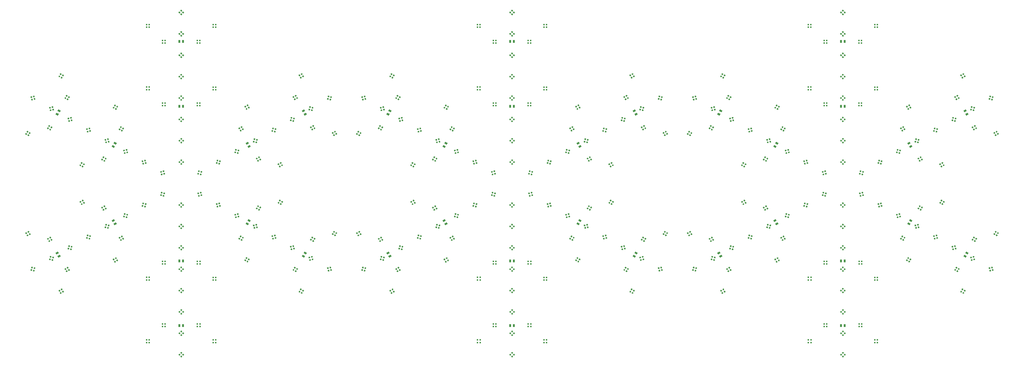
<source format=gbr>
G04 EAGLE Gerber RS-274X export*
G75*
%MOMM*%
%FSLAX34Y34*%
%LPD*%
%INSolderpaste Top*%
%IPPOS*%
%AMOC8*
5,1,8,0,0,1.08239X$1,22.5*%
G01*
%ADD10R,0.550000X0.550000*%
%ADD11R,0.550000X0.550000*%
%ADD12R,0.700000X1.000000*%


D10*
G36*
X612315Y504264D02*
X608426Y500375D01*
X604537Y504264D01*
X608426Y508153D01*
X612315Y504264D01*
G37*
G36*
X619033Y497546D02*
X615144Y493657D01*
X611255Y497546D01*
X615144Y501435D01*
X619033Y497546D01*
G37*
G36*
X612315Y490829D02*
X608426Y486940D01*
X604537Y490829D01*
X608426Y494718D01*
X612315Y490829D01*
G37*
G36*
X605597Y497546D02*
X601708Y493657D01*
X597819Y497546D01*
X601708Y501435D01*
X605597Y497546D01*
G37*
G36*
X612315Y425524D02*
X608426Y421635D01*
X604537Y425524D01*
X608426Y429413D01*
X612315Y425524D01*
G37*
G36*
X619033Y418806D02*
X615144Y414917D01*
X611255Y418806D01*
X615144Y422695D01*
X619033Y418806D01*
G37*
G36*
X612315Y412089D02*
X608426Y408200D01*
X604537Y412089D01*
X608426Y415978D01*
X612315Y412089D01*
G37*
G36*
X605597Y418806D02*
X601708Y414917D01*
X597819Y418806D01*
X601708Y422695D01*
X605597Y418806D01*
G37*
G36*
X612315Y347038D02*
X608426Y343149D01*
X604537Y347038D01*
X608426Y350927D01*
X612315Y347038D01*
G37*
G36*
X619033Y340320D02*
X615144Y336431D01*
X611255Y340320D01*
X615144Y344209D01*
X619033Y340320D01*
G37*
G36*
X612315Y333603D02*
X608426Y329714D01*
X604537Y333603D01*
X608426Y337492D01*
X612315Y333603D01*
G37*
G36*
X605597Y340320D02*
X601708Y336431D01*
X597819Y340320D01*
X601708Y344209D01*
X605597Y340320D01*
G37*
D11*
X549168Y295794D03*
X549168Y286294D03*
X539668Y286294D03*
X539668Y295794D03*
X491002Y236866D03*
X491002Y227366D03*
X481502Y227366D03*
X481502Y236866D03*
X667938Y295794D03*
X677438Y295794D03*
X677438Y286294D03*
X667938Y286294D03*
X726104Y236866D03*
X735604Y236866D03*
X735604Y227366D03*
X726104Y227366D03*
D12*
X601426Y289716D03*
X615426Y289716D03*
D10*
G36*
X612315Y268298D02*
X608426Y264409D01*
X604537Y268298D01*
X608426Y272187D01*
X612315Y268298D01*
G37*
G36*
X619033Y261580D02*
X615144Y257691D01*
X611255Y261580D01*
X615144Y265469D01*
X619033Y261580D01*
G37*
G36*
X612315Y254863D02*
X608426Y250974D01*
X604537Y254863D01*
X608426Y258752D01*
X612315Y254863D01*
G37*
G36*
X605597Y261580D02*
X601708Y257691D01*
X597819Y261580D01*
X601708Y265469D01*
X605597Y261580D01*
G37*
G36*
X612315Y189558D02*
X608426Y185669D01*
X604537Y189558D01*
X608426Y193447D01*
X612315Y189558D01*
G37*
G36*
X619033Y182840D02*
X615144Y178951D01*
X611255Y182840D01*
X615144Y186729D01*
X619033Y182840D01*
G37*
G36*
X612315Y176123D02*
X608426Y172234D01*
X604537Y176123D01*
X608426Y180012D01*
X612315Y176123D01*
G37*
G36*
X605597Y182840D02*
X601708Y178951D01*
X597819Y182840D01*
X601708Y186729D01*
X605597Y182840D01*
G37*
G36*
X612315Y740230D02*
X608426Y736341D01*
X604537Y740230D01*
X608426Y744119D01*
X612315Y740230D01*
G37*
G36*
X619033Y733512D02*
X615144Y729623D01*
X611255Y733512D01*
X615144Y737401D01*
X619033Y733512D01*
G37*
G36*
X612315Y726795D02*
X608426Y722906D01*
X604537Y726795D01*
X608426Y730684D01*
X612315Y726795D01*
G37*
G36*
X605597Y733512D02*
X601708Y729623D01*
X597819Y733512D01*
X601708Y737401D01*
X605597Y733512D01*
G37*
G36*
X612315Y661490D02*
X608426Y657601D01*
X604537Y661490D01*
X608426Y665379D01*
X612315Y661490D01*
G37*
G36*
X619033Y654772D02*
X615144Y650883D01*
X611255Y654772D01*
X615144Y658661D01*
X619033Y654772D01*
G37*
G36*
X612315Y648055D02*
X608426Y644166D01*
X604537Y648055D01*
X608426Y651944D01*
X612315Y648055D01*
G37*
G36*
X605597Y654772D02*
X601708Y650883D01*
X597819Y654772D01*
X601708Y658661D01*
X605597Y654772D01*
G37*
G36*
X612315Y583004D02*
X608426Y579115D01*
X604537Y583004D01*
X608426Y586893D01*
X612315Y583004D01*
G37*
G36*
X619033Y576286D02*
X615144Y572397D01*
X611255Y576286D01*
X615144Y580175D01*
X619033Y576286D01*
G37*
G36*
X612315Y569569D02*
X608426Y565680D01*
X604537Y569569D01*
X608426Y573458D01*
X612315Y569569D01*
G37*
G36*
X605597Y576286D02*
X601708Y572397D01*
X597819Y576286D01*
X601708Y580175D01*
X605597Y576286D01*
G37*
D11*
X549168Y525918D03*
X549168Y516418D03*
X539668Y516418D03*
X539668Y525918D03*
X491002Y467244D03*
X491002Y457744D03*
X481502Y457744D03*
X481502Y467244D03*
X667938Y525918D03*
X677438Y525918D03*
X677438Y516418D03*
X667938Y516418D03*
D12*
X601426Y528006D03*
X615426Y528006D03*
D11*
X726104Y466990D03*
X735604Y466990D03*
X735604Y457490D03*
X726104Y457490D03*
D10*
G36*
X343473Y654989D02*
X338161Y656413D01*
X339585Y661725D01*
X344897Y660301D01*
X343473Y654989D01*
G37*
G36*
X341014Y645812D02*
X335702Y647236D01*
X337126Y652548D01*
X342438Y651124D01*
X341014Y645812D01*
G37*
G36*
X331838Y648271D02*
X326526Y649695D01*
X327950Y655007D01*
X333262Y653583D01*
X331838Y648271D01*
G37*
G36*
X334297Y657447D02*
X328985Y658871D01*
X330409Y664183D01*
X335721Y662759D01*
X334297Y657447D01*
G37*
G36*
X275282Y615619D02*
X269970Y617043D01*
X271394Y622355D01*
X276706Y620931D01*
X275282Y615619D01*
G37*
G36*
X272824Y606442D02*
X267512Y607866D01*
X268936Y613178D01*
X274248Y611754D01*
X272824Y606442D01*
G37*
G36*
X263647Y608901D02*
X258335Y610325D01*
X259759Y615637D01*
X265071Y614213D01*
X263647Y608901D01*
G37*
G36*
X266106Y618077D02*
X260794Y619501D01*
X262218Y624813D01*
X267530Y623389D01*
X266106Y618077D01*
G37*
G36*
X207311Y576376D02*
X201999Y577800D01*
X203423Y583112D01*
X208735Y581688D01*
X207311Y576376D01*
G37*
G36*
X204853Y567199D02*
X199541Y568623D01*
X200965Y573935D01*
X206277Y572511D01*
X204853Y567199D01*
G37*
G36*
X195676Y569658D02*
X190364Y571082D01*
X191788Y576394D01*
X197100Y574970D01*
X195676Y569658D01*
G37*
G36*
X198135Y578834D02*
X192823Y580258D01*
X194247Y585570D01*
X199559Y584146D01*
X198135Y578834D01*
G37*
G36*
X130354Y601685D02*
X127604Y606447D01*
X132366Y609197D01*
X135116Y604435D01*
X130354Y601685D01*
G37*
G36*
X122127Y596935D02*
X119377Y601697D01*
X124139Y604447D01*
X126889Y599685D01*
X122127Y596935D01*
G37*
G36*
X117377Y605162D02*
X114627Y609924D01*
X119389Y612674D01*
X122139Y607912D01*
X117377Y605162D01*
G37*
G36*
X125604Y609912D02*
X122854Y614674D01*
X127616Y617424D01*
X130366Y612662D01*
X125604Y609912D01*
G37*
G36*
X50238Y622594D02*
X47488Y627356D01*
X52250Y630106D01*
X55000Y625344D01*
X50238Y622594D01*
G37*
G36*
X42011Y617844D02*
X39261Y622606D01*
X44023Y625356D01*
X46773Y620594D01*
X42011Y617844D01*
G37*
G36*
X37261Y626071D02*
X34511Y630833D01*
X39273Y633583D01*
X42023Y628821D01*
X37261Y626071D01*
G37*
G36*
X45488Y630821D02*
X42738Y635583D01*
X47500Y638333D01*
X50250Y633571D01*
X45488Y630821D01*
G37*
G36*
X194501Y501577D02*
X189739Y498827D01*
X186989Y503589D01*
X191751Y506339D01*
X194501Y501577D01*
G37*
G36*
X199251Y493350D02*
X194489Y490600D01*
X191739Y495362D01*
X196501Y498112D01*
X199251Y493350D01*
G37*
G36*
X191024Y488600D02*
X186262Y485850D01*
X183512Y490612D01*
X188274Y493362D01*
X191024Y488600D01*
G37*
G36*
X186274Y496827D02*
X181512Y494077D01*
X178762Y498839D01*
X183524Y501589D01*
X186274Y496827D01*
G37*
G36*
X172551Y421740D02*
X167789Y418990D01*
X165039Y423752D01*
X169801Y426502D01*
X172551Y421740D01*
G37*
G36*
X177301Y413512D02*
X172539Y410762D01*
X169789Y415524D01*
X174551Y418274D01*
X177301Y413512D01*
G37*
G36*
X169074Y408762D02*
X164312Y406012D01*
X161562Y410774D01*
X166324Y413524D01*
X169074Y408762D01*
G37*
G36*
X164324Y416990D02*
X159562Y414240D01*
X156812Y419002D01*
X161574Y421752D01*
X164324Y416990D01*
G37*
D12*
G36*
X154806Y562676D02*
X158306Y556614D01*
X149646Y551614D01*
X146146Y557676D01*
X154806Y562676D01*
G37*
G36*
X161806Y550552D02*
X165306Y544490D01*
X156646Y539490D01*
X153146Y545552D01*
X161806Y550552D01*
G37*
D10*
G36*
X139121Y537006D02*
X133809Y538430D01*
X135233Y543742D01*
X140545Y542318D01*
X139121Y537006D01*
G37*
G36*
X136662Y527829D02*
X131350Y529253D01*
X132774Y534565D01*
X138086Y533141D01*
X136662Y527829D01*
G37*
G36*
X127486Y530288D02*
X122174Y531712D01*
X123598Y537024D01*
X128910Y535600D01*
X127486Y530288D01*
G37*
G36*
X129944Y539464D02*
X124632Y540888D01*
X126056Y546200D01*
X131368Y544776D01*
X129944Y539464D01*
G37*
G36*
X70930Y497636D02*
X65618Y499060D01*
X67042Y504372D01*
X72354Y502948D01*
X70930Y497636D01*
G37*
G36*
X68471Y488459D02*
X63159Y489883D01*
X64583Y495195D01*
X69895Y493771D01*
X68471Y488459D01*
G37*
G36*
X59295Y490918D02*
X53983Y492342D01*
X55407Y497654D01*
X60719Y496230D01*
X59295Y490918D01*
G37*
G36*
X61753Y500094D02*
X56441Y501518D01*
X57865Y506830D01*
X63177Y505406D01*
X61753Y500094D01*
G37*
G36*
X547826Y772972D02*
X542514Y774396D01*
X543938Y779708D01*
X549250Y778284D01*
X547826Y772972D01*
G37*
G36*
X545367Y763795D02*
X540055Y765219D01*
X541479Y770531D01*
X546791Y769107D01*
X545367Y763795D01*
G37*
G36*
X536191Y766254D02*
X530879Y767678D01*
X532303Y772990D01*
X537615Y771566D01*
X536191Y766254D01*
G37*
G36*
X538649Y775430D02*
X533337Y776854D01*
X534761Y782166D01*
X540073Y780742D01*
X538649Y775430D01*
G37*
G36*
X479635Y733602D02*
X474323Y735026D01*
X475747Y740338D01*
X481059Y738914D01*
X479635Y733602D01*
G37*
G36*
X477176Y724425D02*
X471864Y725849D01*
X473288Y731161D01*
X478600Y729737D01*
X477176Y724425D01*
G37*
G36*
X468000Y726884D02*
X462688Y728308D01*
X464112Y733620D01*
X469424Y732196D01*
X468000Y726884D01*
G37*
G36*
X470459Y736060D02*
X465147Y737484D01*
X466571Y742796D01*
X471883Y741372D01*
X470459Y736060D01*
G37*
G36*
X411664Y694359D02*
X406352Y695783D01*
X407776Y701095D01*
X413088Y699671D01*
X411664Y694359D01*
G37*
G36*
X409205Y685182D02*
X403893Y686606D01*
X405317Y691918D01*
X410629Y690494D01*
X409205Y685182D01*
G37*
G36*
X400029Y687641D02*
X394717Y689065D01*
X396141Y694377D01*
X401453Y692953D01*
X400029Y687641D01*
G37*
G36*
X402488Y696817D02*
X397176Y698241D01*
X398600Y703553D01*
X403912Y702129D01*
X402488Y696817D01*
G37*
G36*
X329648Y716747D02*
X326898Y721509D01*
X331660Y724259D01*
X334410Y719497D01*
X329648Y716747D01*
G37*
G36*
X321420Y711997D02*
X318670Y716759D01*
X323432Y719509D01*
X326182Y714747D01*
X321420Y711997D01*
G37*
G36*
X316670Y720224D02*
X313920Y724986D01*
X318682Y727736D01*
X321432Y722974D01*
X316670Y720224D01*
G37*
G36*
X324898Y724974D02*
X322148Y729736D01*
X326910Y732486D01*
X329660Y727724D01*
X324898Y724974D01*
G37*
G36*
X249751Y737783D02*
X247001Y742545D01*
X251763Y745295D01*
X254513Y740533D01*
X249751Y737783D01*
G37*
G36*
X241524Y733033D02*
X238774Y737795D01*
X243536Y740545D01*
X246286Y735783D01*
X241524Y733033D01*
G37*
G36*
X236774Y741260D02*
X234024Y746022D01*
X238786Y748772D01*
X241536Y744010D01*
X236774Y741260D01*
G37*
G36*
X245001Y746010D02*
X242251Y750772D01*
X247013Y753522D01*
X249763Y748760D01*
X245001Y746010D01*
G37*
G36*
X393794Y616639D02*
X389032Y613889D01*
X386282Y618651D01*
X391044Y621401D01*
X393794Y616639D01*
G37*
G36*
X398544Y608412D02*
X393782Y605662D01*
X391032Y610424D01*
X395794Y613174D01*
X398544Y608412D01*
G37*
G36*
X390317Y603662D02*
X385555Y600912D01*
X382805Y605674D01*
X387567Y608424D01*
X390317Y603662D01*
G37*
G36*
X385567Y611889D02*
X380805Y609139D01*
X378055Y613901D01*
X382817Y616651D01*
X385567Y611889D01*
G37*
D12*
G36*
X361171Y681821D02*
X364671Y675759D01*
X356011Y670759D01*
X352511Y676821D01*
X361171Y681821D01*
G37*
G36*
X368171Y669697D02*
X371671Y663635D01*
X363011Y658635D01*
X359511Y664697D01*
X368171Y669697D01*
G37*
D10*
G36*
X371844Y536802D02*
X367082Y534052D01*
X364332Y538814D01*
X369094Y541564D01*
X371844Y536802D01*
G37*
G36*
X376594Y528574D02*
X371832Y525824D01*
X369082Y530586D01*
X373844Y533336D01*
X376594Y528574D01*
G37*
G36*
X368367Y523824D02*
X363605Y521074D01*
X360855Y525836D01*
X365617Y528586D01*
X368367Y523824D01*
G37*
G36*
X363617Y532052D02*
X358855Y529302D01*
X356105Y534064D01*
X360867Y536814D01*
X363617Y532052D01*
G37*
G36*
X339585Y963174D02*
X338161Y968486D01*
X343473Y969910D01*
X344897Y964598D01*
X339585Y963174D01*
G37*
G36*
X330409Y960716D02*
X328985Y966028D01*
X334297Y967452D01*
X335721Y962140D01*
X330409Y960716D01*
G37*
G36*
X327950Y969892D02*
X326526Y975204D01*
X331838Y976628D01*
X333262Y971316D01*
X327950Y969892D01*
G37*
G36*
X337126Y972351D02*
X335702Y977663D01*
X341014Y979087D01*
X342438Y973775D01*
X337126Y972351D01*
G37*
G36*
X271394Y1002544D02*
X269970Y1007856D01*
X275282Y1009280D01*
X276706Y1003968D01*
X271394Y1002544D01*
G37*
G36*
X262218Y1000086D02*
X260794Y1005398D01*
X266106Y1006822D01*
X267530Y1001510D01*
X262218Y1000086D01*
G37*
G36*
X259759Y1009262D02*
X258335Y1014574D01*
X263647Y1015998D01*
X265071Y1010686D01*
X259759Y1009262D01*
G37*
G36*
X268936Y1011721D02*
X267512Y1017033D01*
X272824Y1018457D01*
X274248Y1013145D01*
X268936Y1011721D01*
G37*
G36*
X203423Y1041787D02*
X201999Y1047099D01*
X207311Y1048523D01*
X208735Y1043211D01*
X203423Y1041787D01*
G37*
G36*
X194247Y1039329D02*
X192823Y1044641D01*
X198135Y1046065D01*
X199559Y1040753D01*
X194247Y1039329D01*
G37*
G36*
X191788Y1048505D02*
X190364Y1053817D01*
X195676Y1055241D01*
X197100Y1049929D01*
X191788Y1048505D01*
G37*
G36*
X200965Y1050964D02*
X199541Y1056276D01*
X204853Y1057700D01*
X206277Y1052388D01*
X200965Y1050964D01*
G37*
G36*
X186862Y1121090D02*
X189612Y1125852D01*
X194374Y1123102D01*
X191624Y1118340D01*
X186862Y1121090D01*
G37*
G36*
X178635Y1125840D02*
X181385Y1130602D01*
X186147Y1127852D01*
X183397Y1123090D01*
X178635Y1125840D01*
G37*
G36*
X183385Y1134067D02*
X186135Y1138829D01*
X190897Y1136079D01*
X188147Y1131317D01*
X183385Y1134067D01*
G37*
G36*
X191612Y1129317D02*
X194362Y1134079D01*
X199124Y1131329D01*
X196374Y1126567D01*
X191612Y1129317D01*
G37*
G36*
X164912Y1200927D02*
X167662Y1205689D01*
X172424Y1202939D01*
X169674Y1198177D01*
X164912Y1200927D01*
G37*
G36*
X156685Y1205677D02*
X159435Y1210439D01*
X164197Y1207689D01*
X161447Y1202927D01*
X156685Y1205677D01*
G37*
G36*
X161435Y1213905D02*
X164185Y1218667D01*
X168947Y1215917D01*
X166197Y1211155D01*
X161435Y1213905D01*
G37*
G36*
X169662Y1209155D02*
X172412Y1213917D01*
X177174Y1211167D01*
X174424Y1206405D01*
X169662Y1209155D01*
G37*
G36*
X132239Y1015482D02*
X127477Y1018232D01*
X130227Y1022994D01*
X134989Y1020244D01*
X132239Y1015482D01*
G37*
G36*
X127489Y1007255D02*
X122727Y1010005D01*
X125477Y1014767D01*
X130239Y1012017D01*
X127489Y1007255D01*
G37*
G36*
X119262Y1012005D02*
X114500Y1014755D01*
X117250Y1019517D01*
X122012Y1016767D01*
X119262Y1012005D01*
G37*
G36*
X124012Y1020232D02*
X119250Y1022982D01*
X122000Y1027744D01*
X126762Y1024994D01*
X124012Y1020232D01*
G37*
G36*
X52123Y994573D02*
X47361Y997323D01*
X50111Y1002085D01*
X54873Y999335D01*
X52123Y994573D01*
G37*
G36*
X47373Y986346D02*
X42611Y989096D01*
X45361Y993858D01*
X50123Y991108D01*
X47373Y986346D01*
G37*
G36*
X39146Y991096D02*
X34384Y993846D01*
X37134Y998608D01*
X41896Y995858D01*
X39146Y991096D01*
G37*
G36*
X43896Y999323D02*
X39134Y1002073D01*
X41884Y1006835D01*
X46646Y1004085D01*
X43896Y999323D01*
G37*
D12*
G36*
X165306Y1080409D02*
X161806Y1074347D01*
X153146Y1079347D01*
X156646Y1085409D01*
X165306Y1080409D01*
G37*
G36*
X158306Y1068285D02*
X154806Y1062223D01*
X146146Y1067223D01*
X149646Y1073285D01*
X158306Y1068285D01*
G37*
D10*
G36*
X135233Y1081157D02*
X133809Y1086469D01*
X139121Y1087893D01*
X140545Y1082581D01*
X135233Y1081157D01*
G37*
G36*
X126056Y1078699D02*
X124632Y1084011D01*
X129944Y1085435D01*
X131368Y1080123D01*
X126056Y1078699D01*
G37*
G36*
X123598Y1087875D02*
X122174Y1093187D01*
X127486Y1094611D01*
X128910Y1089299D01*
X123598Y1087875D01*
G37*
G36*
X132774Y1090334D02*
X131350Y1095646D01*
X136662Y1097070D01*
X138086Y1091758D01*
X132774Y1090334D01*
G37*
G36*
X67042Y1120527D02*
X65618Y1125839D01*
X70930Y1127263D01*
X72354Y1121951D01*
X67042Y1120527D01*
G37*
G36*
X57865Y1118069D02*
X56441Y1123381D01*
X61753Y1124805D01*
X63177Y1119493D01*
X57865Y1118069D01*
G37*
G36*
X55407Y1127245D02*
X53983Y1132557D01*
X59295Y1133981D01*
X60719Y1128669D01*
X55407Y1127245D01*
G37*
G36*
X64583Y1129704D02*
X63159Y1135016D01*
X68471Y1136440D01*
X69895Y1131128D01*
X64583Y1129704D01*
G37*
G36*
X543938Y845191D02*
X542514Y850503D01*
X547826Y851927D01*
X549250Y846615D01*
X543938Y845191D01*
G37*
G36*
X534761Y842733D02*
X533337Y848045D01*
X538649Y849469D01*
X540073Y844157D01*
X534761Y842733D01*
G37*
G36*
X532303Y851909D02*
X530879Y857221D01*
X536191Y858645D01*
X537615Y853333D01*
X532303Y851909D01*
G37*
G36*
X541479Y854368D02*
X540055Y859680D01*
X545367Y861104D01*
X546791Y855792D01*
X541479Y854368D01*
G37*
G36*
X475747Y884561D02*
X474323Y889873D01*
X479635Y891297D01*
X481059Y885985D01*
X475747Y884561D01*
G37*
G36*
X466571Y882103D02*
X465147Y887415D01*
X470459Y888839D01*
X471883Y883527D01*
X466571Y882103D01*
G37*
G36*
X464112Y891279D02*
X462688Y896591D01*
X468000Y898015D01*
X469424Y892703D01*
X464112Y891279D01*
G37*
G36*
X473288Y893738D02*
X471864Y899050D01*
X477176Y900474D01*
X478600Y895162D01*
X473288Y893738D01*
G37*
G36*
X407776Y923804D02*
X406352Y929116D01*
X411664Y930540D01*
X413088Y925228D01*
X407776Y923804D01*
G37*
G36*
X398600Y921346D02*
X397176Y926658D01*
X402488Y928082D01*
X403912Y922770D01*
X398600Y921346D01*
G37*
G36*
X396141Y930522D02*
X394717Y935834D01*
X400029Y937258D01*
X401453Y931946D01*
X396141Y930522D01*
G37*
G36*
X405317Y932981D02*
X403893Y938293D01*
X409205Y939717D01*
X410629Y934405D01*
X405317Y932981D01*
G37*
G36*
X386155Y1006028D02*
X388905Y1010790D01*
X393667Y1008040D01*
X390917Y1003278D01*
X386155Y1006028D01*
G37*
G36*
X377928Y1010778D02*
X380678Y1015540D01*
X385440Y1012790D01*
X382690Y1008028D01*
X377928Y1010778D01*
G37*
G36*
X382678Y1019005D02*
X385428Y1023767D01*
X390190Y1021017D01*
X387440Y1016255D01*
X382678Y1019005D01*
G37*
G36*
X390905Y1014255D02*
X393655Y1019017D01*
X398417Y1016267D01*
X395667Y1011505D01*
X390905Y1014255D01*
G37*
G36*
X364425Y1085738D02*
X367175Y1090500D01*
X371937Y1087750D01*
X369187Y1082988D01*
X364425Y1085738D01*
G37*
G36*
X356198Y1090488D02*
X358948Y1095250D01*
X363710Y1092500D01*
X360960Y1087738D01*
X356198Y1090488D01*
G37*
G36*
X360948Y1098716D02*
X363698Y1103478D01*
X368460Y1100728D01*
X365710Y1095966D01*
X360948Y1098716D01*
G37*
G36*
X369175Y1093966D02*
X371925Y1098728D01*
X376687Y1095978D01*
X373937Y1091216D01*
X369175Y1093966D01*
G37*
G36*
X331533Y900420D02*
X326771Y903170D01*
X329521Y907932D01*
X334283Y905182D01*
X331533Y900420D01*
G37*
G36*
X326783Y892193D02*
X322021Y894943D01*
X324771Y899705D01*
X329533Y896955D01*
X326783Y892193D01*
G37*
G36*
X318555Y896943D02*
X313793Y899693D01*
X316543Y904455D01*
X321305Y901705D01*
X318555Y896943D01*
G37*
G36*
X323305Y905170D02*
X318543Y907920D01*
X321293Y912682D01*
X326055Y909932D01*
X323305Y905170D01*
G37*
D12*
G36*
X371671Y961264D02*
X368171Y955202D01*
X359511Y960202D01*
X363011Y966264D01*
X371671Y961264D01*
G37*
G36*
X364671Y949140D02*
X361171Y943078D01*
X352511Y948078D01*
X356011Y954140D01*
X364671Y949140D01*
G37*
D10*
G36*
X251416Y879511D02*
X246654Y882261D01*
X249404Y887023D01*
X254166Y884273D01*
X251416Y879511D01*
G37*
G36*
X246666Y871284D02*
X241904Y874034D01*
X244654Y878796D01*
X249416Y876046D01*
X246666Y871284D01*
G37*
G36*
X238439Y876034D02*
X233677Y878784D01*
X236427Y883546D01*
X241189Y880796D01*
X238439Y876034D01*
G37*
G36*
X243189Y884261D02*
X238427Y887011D01*
X241177Y891773D01*
X245939Y889023D01*
X243189Y884261D01*
G37*
G36*
X604537Y1120635D02*
X608426Y1124524D01*
X612315Y1120635D01*
X608426Y1116746D01*
X604537Y1120635D01*
G37*
G36*
X597819Y1127353D02*
X601708Y1131242D01*
X605597Y1127353D01*
X601708Y1123464D01*
X597819Y1127353D01*
G37*
G36*
X604537Y1134070D02*
X608426Y1137959D01*
X612315Y1134070D01*
X608426Y1130181D01*
X604537Y1134070D01*
G37*
G36*
X611255Y1127353D02*
X615144Y1131242D01*
X619033Y1127353D01*
X615144Y1123464D01*
X611255Y1127353D01*
G37*
G36*
X604537Y1199375D02*
X608426Y1203264D01*
X612315Y1199375D01*
X608426Y1195486D01*
X604537Y1199375D01*
G37*
G36*
X597819Y1206093D02*
X601708Y1209982D01*
X605597Y1206093D01*
X601708Y1202204D01*
X597819Y1206093D01*
G37*
G36*
X604537Y1212810D02*
X608426Y1216699D01*
X612315Y1212810D01*
X608426Y1208921D01*
X604537Y1212810D01*
G37*
G36*
X611255Y1206093D02*
X615144Y1209982D01*
X619033Y1206093D01*
X615144Y1202204D01*
X611255Y1206093D01*
G37*
G36*
X604537Y1277861D02*
X608426Y1281750D01*
X612315Y1277861D01*
X608426Y1273972D01*
X604537Y1277861D01*
G37*
G36*
X597819Y1284579D02*
X601708Y1288468D01*
X605597Y1284579D01*
X601708Y1280690D01*
X597819Y1284579D01*
G37*
G36*
X604537Y1291296D02*
X608426Y1295185D01*
X612315Y1291296D01*
X608426Y1287407D01*
X604537Y1291296D01*
G37*
G36*
X611255Y1284579D02*
X615144Y1288468D01*
X619033Y1284579D01*
X615144Y1280690D01*
X611255Y1284579D01*
G37*
D11*
X667684Y1329105D03*
X667684Y1338605D03*
X677184Y1338605D03*
X677184Y1329105D03*
X725850Y1388033D03*
X725850Y1397533D03*
X735350Y1397533D03*
X735350Y1388033D03*
X548914Y1329105D03*
X539414Y1329105D03*
X539414Y1338605D03*
X548914Y1338605D03*
X490748Y1388033D03*
X481248Y1388033D03*
X481248Y1397533D03*
X490748Y1397533D03*
D12*
X615426Y1335183D03*
X601426Y1335183D03*
D10*
G36*
X604537Y1356601D02*
X608426Y1360490D01*
X612315Y1356601D01*
X608426Y1352712D01*
X604537Y1356601D01*
G37*
G36*
X597819Y1363319D02*
X601708Y1367208D01*
X605597Y1363319D01*
X601708Y1359430D01*
X597819Y1363319D01*
G37*
G36*
X604537Y1370036D02*
X608426Y1373925D01*
X612315Y1370036D01*
X608426Y1366147D01*
X604537Y1370036D01*
G37*
G36*
X611255Y1363319D02*
X615144Y1367208D01*
X619033Y1363319D01*
X615144Y1359430D01*
X611255Y1363319D01*
G37*
G36*
X604537Y1435341D02*
X608426Y1439230D01*
X612315Y1435341D01*
X608426Y1431452D01*
X604537Y1435341D01*
G37*
G36*
X597819Y1442059D02*
X601708Y1445948D01*
X605597Y1442059D01*
X601708Y1438170D01*
X597819Y1442059D01*
G37*
G36*
X604537Y1448776D02*
X608426Y1452665D01*
X612315Y1448776D01*
X608426Y1444887D01*
X604537Y1448776D01*
G37*
G36*
X611255Y1442059D02*
X615144Y1445948D01*
X619033Y1442059D01*
X615144Y1438170D01*
X611255Y1442059D01*
G37*
G36*
X604537Y884669D02*
X608426Y888558D01*
X612315Y884669D01*
X608426Y880780D01*
X604537Y884669D01*
G37*
G36*
X597819Y891387D02*
X601708Y895276D01*
X605597Y891387D01*
X601708Y887498D01*
X597819Y891387D01*
G37*
G36*
X604537Y898104D02*
X608426Y901993D01*
X612315Y898104D01*
X608426Y894215D01*
X604537Y898104D01*
G37*
G36*
X611255Y891387D02*
X615144Y895276D01*
X619033Y891387D01*
X615144Y887498D01*
X611255Y891387D01*
G37*
G36*
X604537Y963409D02*
X608426Y967298D01*
X612315Y963409D01*
X608426Y959520D01*
X604537Y963409D01*
G37*
G36*
X597819Y970127D02*
X601708Y974016D01*
X605597Y970127D01*
X601708Y966238D01*
X597819Y970127D01*
G37*
G36*
X604537Y976844D02*
X608426Y980733D01*
X612315Y976844D01*
X608426Y972955D01*
X604537Y976844D01*
G37*
G36*
X611255Y970127D02*
X615144Y974016D01*
X619033Y970127D01*
X615144Y966238D01*
X611255Y970127D01*
G37*
G36*
X604537Y1041895D02*
X608426Y1045784D01*
X612315Y1041895D01*
X608426Y1038006D01*
X604537Y1041895D01*
G37*
G36*
X597819Y1048613D02*
X601708Y1052502D01*
X605597Y1048613D01*
X601708Y1044724D01*
X597819Y1048613D01*
G37*
G36*
X604537Y1055330D02*
X608426Y1059219D01*
X612315Y1055330D01*
X608426Y1051441D01*
X604537Y1055330D01*
G37*
G36*
X611255Y1048613D02*
X615144Y1052502D01*
X619033Y1048613D01*
X615144Y1044724D01*
X611255Y1048613D01*
G37*
D11*
X667684Y1098981D03*
X667684Y1108481D03*
X677184Y1108481D03*
X677184Y1098981D03*
X725850Y1157655D03*
X725850Y1167155D03*
X735350Y1167155D03*
X735350Y1157655D03*
X548914Y1098981D03*
X539414Y1098981D03*
X539414Y1108481D03*
X548914Y1108481D03*
D12*
X615426Y1096893D03*
X601426Y1096893D03*
D11*
X490748Y1157909D03*
X481248Y1157909D03*
X481248Y1167409D03*
X490748Y1167409D03*
D10*
G36*
X873379Y969910D02*
X878691Y968486D01*
X877267Y963174D01*
X871955Y964598D01*
X873379Y969910D01*
G37*
G36*
X875838Y979087D02*
X881150Y977663D01*
X879726Y972351D01*
X874414Y973775D01*
X875838Y979087D01*
G37*
G36*
X885014Y976628D02*
X890326Y975204D01*
X888902Y969892D01*
X883590Y971316D01*
X885014Y976628D01*
G37*
G36*
X882555Y967452D02*
X887867Y966028D01*
X886443Y960716D01*
X881131Y962140D01*
X882555Y967452D01*
G37*
G36*
X941570Y1009280D02*
X946882Y1007856D01*
X945458Y1002544D01*
X940146Y1003968D01*
X941570Y1009280D01*
G37*
G36*
X944028Y1018457D02*
X949340Y1017033D01*
X947916Y1011721D01*
X942604Y1013145D01*
X944028Y1018457D01*
G37*
G36*
X953205Y1015998D02*
X958517Y1014574D01*
X957093Y1009262D01*
X951781Y1010686D01*
X953205Y1015998D01*
G37*
G36*
X950746Y1006822D02*
X956058Y1005398D01*
X954634Y1000086D01*
X949322Y1001510D01*
X950746Y1006822D01*
G37*
G36*
X1009541Y1048523D02*
X1014853Y1047099D01*
X1013429Y1041787D01*
X1008117Y1043211D01*
X1009541Y1048523D01*
G37*
G36*
X1011999Y1057700D02*
X1017311Y1056276D01*
X1015887Y1050964D01*
X1010575Y1052388D01*
X1011999Y1057700D01*
G37*
G36*
X1021176Y1055241D02*
X1026488Y1053817D01*
X1025064Y1048505D01*
X1019752Y1049929D01*
X1021176Y1055241D01*
G37*
G36*
X1018717Y1046065D02*
X1024029Y1044641D01*
X1022605Y1039329D01*
X1017293Y1040753D01*
X1018717Y1046065D01*
G37*
G36*
X1086498Y1023214D02*
X1089248Y1018452D01*
X1084486Y1015702D01*
X1081736Y1020464D01*
X1086498Y1023214D01*
G37*
G36*
X1094725Y1027964D02*
X1097475Y1023202D01*
X1092713Y1020452D01*
X1089963Y1025214D01*
X1094725Y1027964D01*
G37*
G36*
X1099475Y1019737D02*
X1102225Y1014975D01*
X1097463Y1012225D01*
X1094713Y1016987D01*
X1099475Y1019737D01*
G37*
G36*
X1091248Y1014987D02*
X1093998Y1010225D01*
X1089236Y1007475D01*
X1086486Y1012237D01*
X1091248Y1014987D01*
G37*
G36*
X1166614Y1002305D02*
X1169364Y997543D01*
X1164602Y994793D01*
X1161852Y999555D01*
X1166614Y1002305D01*
G37*
G36*
X1174841Y1007055D02*
X1177591Y1002293D01*
X1172829Y999543D01*
X1170079Y1004305D01*
X1174841Y1007055D01*
G37*
G36*
X1179591Y998828D02*
X1182341Y994066D01*
X1177579Y991316D01*
X1174829Y996078D01*
X1179591Y998828D01*
G37*
G36*
X1171364Y994078D02*
X1174114Y989316D01*
X1169352Y986566D01*
X1166602Y991328D01*
X1171364Y994078D01*
G37*
G36*
X1022351Y1123322D02*
X1027113Y1126072D01*
X1029863Y1121310D01*
X1025101Y1118560D01*
X1022351Y1123322D01*
G37*
G36*
X1017601Y1131549D02*
X1022363Y1134299D01*
X1025113Y1129537D01*
X1020351Y1126787D01*
X1017601Y1131549D01*
G37*
G36*
X1025828Y1136299D02*
X1030590Y1139049D01*
X1033340Y1134287D01*
X1028578Y1131537D01*
X1025828Y1136299D01*
G37*
G36*
X1030578Y1128072D02*
X1035340Y1130822D01*
X1038090Y1126060D01*
X1033328Y1123310D01*
X1030578Y1128072D01*
G37*
G36*
X1044301Y1203159D02*
X1049063Y1205909D01*
X1051813Y1201147D01*
X1047051Y1198397D01*
X1044301Y1203159D01*
G37*
G36*
X1039551Y1211387D02*
X1044313Y1214137D01*
X1047063Y1209375D01*
X1042301Y1206625D01*
X1039551Y1211387D01*
G37*
G36*
X1047778Y1216137D02*
X1052540Y1218887D01*
X1055290Y1214125D01*
X1050528Y1211375D01*
X1047778Y1216137D01*
G37*
G36*
X1052528Y1207909D02*
X1057290Y1210659D01*
X1060040Y1205897D01*
X1055278Y1203147D01*
X1052528Y1207909D01*
G37*
D12*
G36*
X1062046Y1062223D02*
X1058546Y1068285D01*
X1067206Y1073285D01*
X1070706Y1067223D01*
X1062046Y1062223D01*
G37*
G36*
X1055046Y1074347D02*
X1051546Y1080409D01*
X1060206Y1085409D01*
X1063706Y1079347D01*
X1055046Y1074347D01*
G37*
D10*
G36*
X1077731Y1087893D02*
X1083043Y1086469D01*
X1081619Y1081157D01*
X1076307Y1082581D01*
X1077731Y1087893D01*
G37*
G36*
X1080190Y1097070D02*
X1085502Y1095646D01*
X1084078Y1090334D01*
X1078766Y1091758D01*
X1080190Y1097070D01*
G37*
G36*
X1089367Y1094611D02*
X1094679Y1093187D01*
X1093255Y1087875D01*
X1087943Y1089299D01*
X1089367Y1094611D01*
G37*
G36*
X1086908Y1085435D02*
X1092220Y1084011D01*
X1090796Y1078699D01*
X1085484Y1080123D01*
X1086908Y1085435D01*
G37*
G36*
X1145922Y1127263D02*
X1151234Y1125839D01*
X1149810Y1120527D01*
X1144498Y1121951D01*
X1145922Y1127263D01*
G37*
G36*
X1148381Y1136440D02*
X1153693Y1135016D01*
X1152269Y1129704D01*
X1146957Y1131128D01*
X1148381Y1136440D01*
G37*
G36*
X1157557Y1133981D02*
X1162869Y1132557D01*
X1161445Y1127245D01*
X1156133Y1128669D01*
X1157557Y1133981D01*
G37*
G36*
X1155099Y1124805D02*
X1160411Y1123381D01*
X1158987Y1118069D01*
X1153675Y1119493D01*
X1155099Y1124805D01*
G37*
G36*
X669026Y851927D02*
X674338Y850503D01*
X672914Y845191D01*
X667602Y846615D01*
X669026Y851927D01*
G37*
G36*
X671485Y861104D02*
X676797Y859680D01*
X675373Y854368D01*
X670061Y855792D01*
X671485Y861104D01*
G37*
G36*
X680661Y858645D02*
X685973Y857221D01*
X684549Y851909D01*
X679237Y853333D01*
X680661Y858645D01*
G37*
G36*
X678203Y849469D02*
X683515Y848045D01*
X682091Y842733D01*
X676779Y844157D01*
X678203Y849469D01*
G37*
G36*
X737217Y891297D02*
X742529Y889873D01*
X741105Y884561D01*
X735793Y885985D01*
X737217Y891297D01*
G37*
G36*
X739676Y900474D02*
X744988Y899050D01*
X743564Y893738D01*
X738252Y895162D01*
X739676Y900474D01*
G37*
G36*
X748852Y898015D02*
X754164Y896591D01*
X752740Y891279D01*
X747428Y892703D01*
X748852Y898015D01*
G37*
G36*
X746393Y888839D02*
X751705Y887415D01*
X750281Y882103D01*
X744969Y883527D01*
X746393Y888839D01*
G37*
G36*
X805188Y930540D02*
X810500Y929116D01*
X809076Y923804D01*
X803764Y925228D01*
X805188Y930540D01*
G37*
G36*
X807647Y939717D02*
X812959Y938293D01*
X811535Y932981D01*
X806223Y934405D01*
X807647Y939717D01*
G37*
G36*
X816823Y937258D02*
X822135Y935834D01*
X820711Y930522D01*
X815399Y931946D01*
X816823Y937258D01*
G37*
G36*
X814364Y928082D02*
X819676Y926658D01*
X818252Y921346D01*
X812940Y922770D01*
X814364Y928082D01*
G37*
G36*
X887205Y908152D02*
X889955Y903390D01*
X885193Y900640D01*
X882443Y905402D01*
X887205Y908152D01*
G37*
G36*
X895432Y912902D02*
X898182Y908140D01*
X893420Y905390D01*
X890670Y910152D01*
X895432Y912902D01*
G37*
G36*
X900182Y904675D02*
X902932Y899913D01*
X898170Y897163D01*
X895420Y901925D01*
X900182Y904675D01*
G37*
G36*
X891955Y899925D02*
X894705Y895163D01*
X889943Y892413D01*
X887193Y897175D01*
X891955Y899925D01*
G37*
G36*
X967101Y887116D02*
X969851Y882354D01*
X965089Y879604D01*
X962339Y884366D01*
X967101Y887116D01*
G37*
G36*
X975328Y891866D02*
X978078Y887104D01*
X973316Y884354D01*
X970566Y889116D01*
X975328Y891866D01*
G37*
G36*
X980078Y883639D02*
X982828Y878877D01*
X978066Y876127D01*
X975316Y880889D01*
X980078Y883639D01*
G37*
G36*
X971851Y878889D02*
X974601Y874127D01*
X969839Y871377D01*
X967089Y876139D01*
X971851Y878889D01*
G37*
G36*
X823058Y1008260D02*
X827820Y1011010D01*
X830570Y1006248D01*
X825808Y1003498D01*
X823058Y1008260D01*
G37*
G36*
X818308Y1016487D02*
X823070Y1019237D01*
X825820Y1014475D01*
X821058Y1011725D01*
X818308Y1016487D01*
G37*
G36*
X826535Y1021237D02*
X831297Y1023987D01*
X834047Y1019225D01*
X829285Y1016475D01*
X826535Y1021237D01*
G37*
G36*
X831285Y1013010D02*
X836047Y1015760D01*
X838797Y1010998D01*
X834035Y1008248D01*
X831285Y1013010D01*
G37*
D12*
G36*
X855681Y943078D02*
X852181Y949140D01*
X860841Y954140D01*
X864341Y948078D01*
X855681Y943078D01*
G37*
G36*
X848681Y955202D02*
X845181Y961264D01*
X853841Y966264D01*
X857341Y960202D01*
X848681Y955202D01*
G37*
D10*
G36*
X845008Y1088097D02*
X849770Y1090847D01*
X852520Y1086085D01*
X847758Y1083335D01*
X845008Y1088097D01*
G37*
G36*
X840258Y1096325D02*
X845020Y1099075D01*
X847770Y1094313D01*
X843008Y1091563D01*
X840258Y1096325D01*
G37*
G36*
X848485Y1101075D02*
X853247Y1103825D01*
X855997Y1099063D01*
X851235Y1096313D01*
X848485Y1101075D01*
G37*
G36*
X853235Y1092847D02*
X857997Y1095597D01*
X860747Y1090835D01*
X855985Y1088085D01*
X853235Y1092847D01*
G37*
G36*
X877267Y661725D02*
X878691Y656413D01*
X873379Y654989D01*
X871955Y660301D01*
X877267Y661725D01*
G37*
G36*
X886443Y664183D02*
X887867Y658871D01*
X882555Y657447D01*
X881131Y662759D01*
X886443Y664183D01*
G37*
G36*
X888902Y655007D02*
X890326Y649695D01*
X885014Y648271D01*
X883590Y653583D01*
X888902Y655007D01*
G37*
G36*
X879726Y652548D02*
X881150Y647236D01*
X875838Y645812D01*
X874414Y651124D01*
X879726Y652548D01*
G37*
G36*
X945458Y622355D02*
X946882Y617043D01*
X941570Y615619D01*
X940146Y620931D01*
X945458Y622355D01*
G37*
G36*
X954634Y624813D02*
X956058Y619501D01*
X950746Y618077D01*
X949322Y623389D01*
X954634Y624813D01*
G37*
G36*
X957093Y615637D02*
X958517Y610325D01*
X953205Y608901D01*
X951781Y614213D01*
X957093Y615637D01*
G37*
G36*
X947916Y613178D02*
X949340Y607866D01*
X944028Y606442D01*
X942604Y611754D01*
X947916Y613178D01*
G37*
G36*
X1013429Y583112D02*
X1014853Y577800D01*
X1009541Y576376D01*
X1008117Y581688D01*
X1013429Y583112D01*
G37*
G36*
X1022605Y585570D02*
X1024029Y580258D01*
X1018717Y578834D01*
X1017293Y584146D01*
X1022605Y585570D01*
G37*
G36*
X1025064Y576394D02*
X1026488Y571082D01*
X1021176Y569658D01*
X1019752Y574970D01*
X1025064Y576394D01*
G37*
G36*
X1015887Y573935D02*
X1017311Y568623D01*
X1011999Y567199D01*
X1010575Y572511D01*
X1015887Y573935D01*
G37*
G36*
X1029990Y503809D02*
X1027240Y499047D01*
X1022478Y501797D01*
X1025228Y506559D01*
X1029990Y503809D01*
G37*
G36*
X1038217Y499059D02*
X1035467Y494297D01*
X1030705Y497047D01*
X1033455Y501809D01*
X1038217Y499059D01*
G37*
G36*
X1033467Y490832D02*
X1030717Y486070D01*
X1025955Y488820D01*
X1028705Y493582D01*
X1033467Y490832D01*
G37*
G36*
X1025240Y495582D02*
X1022490Y490820D01*
X1017728Y493570D01*
X1020478Y498332D01*
X1025240Y495582D01*
G37*
G36*
X1051940Y423972D02*
X1049190Y419210D01*
X1044428Y421960D01*
X1047178Y426722D01*
X1051940Y423972D01*
G37*
G36*
X1060167Y419222D02*
X1057417Y414460D01*
X1052655Y417210D01*
X1055405Y421972D01*
X1060167Y419222D01*
G37*
G36*
X1055417Y410994D02*
X1052667Y406232D01*
X1047905Y408982D01*
X1050655Y413744D01*
X1055417Y410994D01*
G37*
G36*
X1047190Y415744D02*
X1044440Y410982D01*
X1039678Y413732D01*
X1042428Y418494D01*
X1047190Y415744D01*
G37*
G36*
X1084613Y609417D02*
X1089375Y606667D01*
X1086625Y601905D01*
X1081863Y604655D01*
X1084613Y609417D01*
G37*
G36*
X1089363Y617644D02*
X1094125Y614894D01*
X1091375Y610132D01*
X1086613Y612882D01*
X1089363Y617644D01*
G37*
G36*
X1097590Y612894D02*
X1102352Y610144D01*
X1099602Y605382D01*
X1094840Y608132D01*
X1097590Y612894D01*
G37*
G36*
X1092840Y604667D02*
X1097602Y601917D01*
X1094852Y597155D01*
X1090090Y599905D01*
X1092840Y604667D01*
G37*
G36*
X1164729Y630326D02*
X1169491Y627576D01*
X1166741Y622814D01*
X1161979Y625564D01*
X1164729Y630326D01*
G37*
G36*
X1169479Y638553D02*
X1174241Y635803D01*
X1171491Y631041D01*
X1166729Y633791D01*
X1169479Y638553D01*
G37*
G36*
X1177706Y633803D02*
X1182468Y631053D01*
X1179718Y626291D01*
X1174956Y629041D01*
X1177706Y633803D01*
G37*
G36*
X1172956Y625576D02*
X1177718Y622826D01*
X1174968Y618064D01*
X1170206Y620814D01*
X1172956Y625576D01*
G37*
D12*
G36*
X1051546Y544490D02*
X1055046Y550552D01*
X1063706Y545552D01*
X1060206Y539490D01*
X1051546Y544490D01*
G37*
G36*
X1058546Y556614D02*
X1062046Y562676D01*
X1070706Y557676D01*
X1067206Y551614D01*
X1058546Y556614D01*
G37*
D10*
G36*
X1081619Y543742D02*
X1083043Y538430D01*
X1077731Y537006D01*
X1076307Y542318D01*
X1081619Y543742D01*
G37*
G36*
X1090796Y546200D02*
X1092220Y540888D01*
X1086908Y539464D01*
X1085484Y544776D01*
X1090796Y546200D01*
G37*
G36*
X1093255Y537024D02*
X1094679Y531712D01*
X1089367Y530288D01*
X1087943Y535600D01*
X1093255Y537024D01*
G37*
G36*
X1084078Y534565D02*
X1085502Y529253D01*
X1080190Y527829D01*
X1078766Y533141D01*
X1084078Y534565D01*
G37*
G36*
X1149810Y504372D02*
X1151234Y499060D01*
X1145922Y497636D01*
X1144498Y502948D01*
X1149810Y504372D01*
G37*
G36*
X1158987Y506830D02*
X1160411Y501518D01*
X1155099Y500094D01*
X1153675Y505406D01*
X1158987Y506830D01*
G37*
G36*
X1161445Y497654D02*
X1162869Y492342D01*
X1157557Y490918D01*
X1156133Y496230D01*
X1161445Y497654D01*
G37*
G36*
X1152269Y495195D02*
X1153693Y489883D01*
X1148381Y488459D01*
X1146957Y493771D01*
X1152269Y495195D01*
G37*
G36*
X672914Y779708D02*
X674338Y774396D01*
X669026Y772972D01*
X667602Y778284D01*
X672914Y779708D01*
G37*
G36*
X682091Y782166D02*
X683515Y776854D01*
X678203Y775430D01*
X676779Y780742D01*
X682091Y782166D01*
G37*
G36*
X684549Y772990D02*
X685973Y767678D01*
X680661Y766254D01*
X679237Y771566D01*
X684549Y772990D01*
G37*
G36*
X675373Y770531D02*
X676797Y765219D01*
X671485Y763795D01*
X670061Y769107D01*
X675373Y770531D01*
G37*
G36*
X741105Y740338D02*
X742529Y735026D01*
X737217Y733602D01*
X735793Y738914D01*
X741105Y740338D01*
G37*
G36*
X750281Y742796D02*
X751705Y737484D01*
X746393Y736060D01*
X744969Y741372D01*
X750281Y742796D01*
G37*
G36*
X752740Y733620D02*
X754164Y728308D01*
X748852Y726884D01*
X747428Y732196D01*
X752740Y733620D01*
G37*
G36*
X743564Y731161D02*
X744988Y725849D01*
X739676Y724425D01*
X738252Y729737D01*
X743564Y731161D01*
G37*
G36*
X809076Y701095D02*
X810500Y695783D01*
X805188Y694359D01*
X803764Y699671D01*
X809076Y701095D01*
G37*
G36*
X818252Y703553D02*
X819676Y698241D01*
X814364Y696817D01*
X812940Y702129D01*
X818252Y703553D01*
G37*
G36*
X820711Y694377D02*
X822135Y689065D01*
X816823Y687641D01*
X815399Y692953D01*
X820711Y694377D01*
G37*
G36*
X811535Y691918D02*
X812959Y686606D01*
X807647Y685182D01*
X806223Y690494D01*
X811535Y691918D01*
G37*
G36*
X830697Y618871D02*
X827947Y614109D01*
X823185Y616859D01*
X825935Y621621D01*
X830697Y618871D01*
G37*
G36*
X838924Y614121D02*
X836174Y609359D01*
X831412Y612109D01*
X834162Y616871D01*
X838924Y614121D01*
G37*
G36*
X834174Y605894D02*
X831424Y601132D01*
X826662Y603882D01*
X829412Y608644D01*
X834174Y605894D01*
G37*
G36*
X825947Y610644D02*
X823197Y605882D01*
X818435Y608632D01*
X821185Y613394D01*
X825947Y610644D01*
G37*
G36*
X852427Y539161D02*
X849677Y534399D01*
X844915Y537149D01*
X847665Y541911D01*
X852427Y539161D01*
G37*
G36*
X860654Y534411D02*
X857904Y529649D01*
X853142Y532399D01*
X855892Y537161D01*
X860654Y534411D01*
G37*
G36*
X855904Y526183D02*
X853154Y521421D01*
X848392Y524171D01*
X851142Y528933D01*
X855904Y526183D01*
G37*
G36*
X847677Y530933D02*
X844927Y526171D01*
X840165Y528921D01*
X842915Y533683D01*
X847677Y530933D01*
G37*
G36*
X885320Y724479D02*
X890082Y721729D01*
X887332Y716967D01*
X882570Y719717D01*
X885320Y724479D01*
G37*
G36*
X890070Y732706D02*
X894832Y729956D01*
X892082Y725194D01*
X887320Y727944D01*
X890070Y732706D01*
G37*
G36*
X898297Y727956D02*
X903059Y725206D01*
X900309Y720444D01*
X895547Y723194D01*
X898297Y727956D01*
G37*
G36*
X893547Y719729D02*
X898309Y716979D01*
X895559Y712217D01*
X890797Y714967D01*
X893547Y719729D01*
G37*
D12*
G36*
X845181Y663635D02*
X848681Y669697D01*
X857341Y664697D01*
X853841Y658635D01*
X845181Y663635D01*
G37*
G36*
X852181Y675759D02*
X855681Y681821D01*
X864341Y676821D01*
X860841Y670759D01*
X852181Y675759D01*
G37*
D10*
G36*
X965436Y745388D02*
X970198Y742638D01*
X967448Y737876D01*
X962686Y740626D01*
X965436Y745388D01*
G37*
G36*
X970186Y753615D02*
X974948Y750865D01*
X972198Y746103D01*
X967436Y748853D01*
X970186Y753615D01*
G37*
G36*
X978413Y748865D02*
X983175Y746115D01*
X980425Y741353D01*
X975663Y744103D01*
X978413Y748865D01*
G37*
G36*
X973663Y740638D02*
X978425Y737888D01*
X975675Y733126D01*
X970913Y735876D01*
X973663Y740638D01*
G37*
G36*
X1828993Y504264D02*
X1825104Y500375D01*
X1821215Y504264D01*
X1825104Y508153D01*
X1828993Y504264D01*
G37*
G36*
X1835711Y497546D02*
X1831822Y493657D01*
X1827933Y497546D01*
X1831822Y501435D01*
X1835711Y497546D01*
G37*
G36*
X1828993Y490829D02*
X1825104Y486940D01*
X1821215Y490829D01*
X1825104Y494718D01*
X1828993Y490829D01*
G37*
G36*
X1822275Y497546D02*
X1818386Y493657D01*
X1814497Y497546D01*
X1818386Y501435D01*
X1822275Y497546D01*
G37*
G36*
X1828993Y425524D02*
X1825104Y421635D01*
X1821215Y425524D01*
X1825104Y429413D01*
X1828993Y425524D01*
G37*
G36*
X1835711Y418806D02*
X1831822Y414917D01*
X1827933Y418806D01*
X1831822Y422695D01*
X1835711Y418806D01*
G37*
G36*
X1828993Y412089D02*
X1825104Y408200D01*
X1821215Y412089D01*
X1825104Y415978D01*
X1828993Y412089D01*
G37*
G36*
X1822275Y418806D02*
X1818386Y414917D01*
X1814497Y418806D01*
X1818386Y422695D01*
X1822275Y418806D01*
G37*
G36*
X1828993Y347038D02*
X1825104Y343149D01*
X1821215Y347038D01*
X1825104Y350927D01*
X1828993Y347038D01*
G37*
G36*
X1835711Y340320D02*
X1831822Y336431D01*
X1827933Y340320D01*
X1831822Y344209D01*
X1835711Y340320D01*
G37*
G36*
X1828993Y333603D02*
X1825104Y329714D01*
X1821215Y333603D01*
X1825104Y337492D01*
X1828993Y333603D01*
G37*
G36*
X1822275Y340320D02*
X1818386Y336431D01*
X1814497Y340320D01*
X1818386Y344209D01*
X1822275Y340320D01*
G37*
D11*
X1765846Y295794D03*
X1765846Y286294D03*
X1756346Y286294D03*
X1756346Y295794D03*
X1707680Y236866D03*
X1707680Y227366D03*
X1698180Y227366D03*
X1698180Y236866D03*
X1884616Y295794D03*
X1894116Y295794D03*
X1894116Y286294D03*
X1884616Y286294D03*
X1942782Y236866D03*
X1952282Y236866D03*
X1952282Y227366D03*
X1942782Y227366D03*
D12*
X1818104Y289716D03*
X1832104Y289716D03*
D10*
G36*
X1828993Y268298D02*
X1825104Y264409D01*
X1821215Y268298D01*
X1825104Y272187D01*
X1828993Y268298D01*
G37*
G36*
X1835711Y261580D02*
X1831822Y257691D01*
X1827933Y261580D01*
X1831822Y265469D01*
X1835711Y261580D01*
G37*
G36*
X1828993Y254863D02*
X1825104Y250974D01*
X1821215Y254863D01*
X1825104Y258752D01*
X1828993Y254863D01*
G37*
G36*
X1822275Y261580D02*
X1818386Y257691D01*
X1814497Y261580D01*
X1818386Y265469D01*
X1822275Y261580D01*
G37*
G36*
X1828993Y189558D02*
X1825104Y185669D01*
X1821215Y189558D01*
X1825104Y193447D01*
X1828993Y189558D01*
G37*
G36*
X1835711Y182840D02*
X1831822Y178951D01*
X1827933Y182840D01*
X1831822Y186729D01*
X1835711Y182840D01*
G37*
G36*
X1828993Y176123D02*
X1825104Y172234D01*
X1821215Y176123D01*
X1825104Y180012D01*
X1828993Y176123D01*
G37*
G36*
X1822275Y182840D02*
X1818386Y178951D01*
X1814497Y182840D01*
X1818386Y186729D01*
X1822275Y182840D01*
G37*
G36*
X1828993Y740230D02*
X1825104Y736341D01*
X1821215Y740230D01*
X1825104Y744119D01*
X1828993Y740230D01*
G37*
G36*
X1835711Y733512D02*
X1831822Y729623D01*
X1827933Y733512D01*
X1831822Y737401D01*
X1835711Y733512D01*
G37*
G36*
X1828993Y726795D02*
X1825104Y722906D01*
X1821215Y726795D01*
X1825104Y730684D01*
X1828993Y726795D01*
G37*
G36*
X1822275Y733512D02*
X1818386Y729623D01*
X1814497Y733512D01*
X1818386Y737401D01*
X1822275Y733512D01*
G37*
G36*
X1828993Y661490D02*
X1825104Y657601D01*
X1821215Y661490D01*
X1825104Y665379D01*
X1828993Y661490D01*
G37*
G36*
X1835711Y654772D02*
X1831822Y650883D01*
X1827933Y654772D01*
X1831822Y658661D01*
X1835711Y654772D01*
G37*
G36*
X1828993Y648055D02*
X1825104Y644166D01*
X1821215Y648055D01*
X1825104Y651944D01*
X1828993Y648055D01*
G37*
G36*
X1822275Y654772D02*
X1818386Y650883D01*
X1814497Y654772D01*
X1818386Y658661D01*
X1822275Y654772D01*
G37*
G36*
X1828993Y583004D02*
X1825104Y579115D01*
X1821215Y583004D01*
X1825104Y586893D01*
X1828993Y583004D01*
G37*
G36*
X1835711Y576286D02*
X1831822Y572397D01*
X1827933Y576286D01*
X1831822Y580175D01*
X1835711Y576286D01*
G37*
G36*
X1828993Y569569D02*
X1825104Y565680D01*
X1821215Y569569D01*
X1825104Y573458D01*
X1828993Y569569D01*
G37*
G36*
X1822275Y576286D02*
X1818386Y572397D01*
X1814497Y576286D01*
X1818386Y580175D01*
X1822275Y576286D01*
G37*
D11*
X1765846Y525918D03*
X1765846Y516418D03*
X1756346Y516418D03*
X1756346Y525918D03*
X1707680Y467244D03*
X1707680Y457744D03*
X1698180Y457744D03*
X1698180Y467244D03*
X1884616Y525918D03*
X1894116Y525918D03*
X1894116Y516418D03*
X1884616Y516418D03*
D12*
X1818104Y528006D03*
X1832104Y528006D03*
D11*
X1942782Y466990D03*
X1952282Y466990D03*
X1952282Y457490D03*
X1942782Y457490D03*
D10*
G36*
X1560151Y654989D02*
X1554839Y656413D01*
X1556263Y661725D01*
X1561575Y660301D01*
X1560151Y654989D01*
G37*
G36*
X1557692Y645812D02*
X1552380Y647236D01*
X1553804Y652548D01*
X1559116Y651124D01*
X1557692Y645812D01*
G37*
G36*
X1548516Y648271D02*
X1543204Y649695D01*
X1544628Y655007D01*
X1549940Y653583D01*
X1548516Y648271D01*
G37*
G36*
X1550975Y657447D02*
X1545663Y658871D01*
X1547087Y664183D01*
X1552399Y662759D01*
X1550975Y657447D01*
G37*
G36*
X1491960Y615619D02*
X1486648Y617043D01*
X1488072Y622355D01*
X1493384Y620931D01*
X1491960Y615619D01*
G37*
G36*
X1489502Y606442D02*
X1484190Y607866D01*
X1485614Y613178D01*
X1490926Y611754D01*
X1489502Y606442D01*
G37*
G36*
X1480325Y608901D02*
X1475013Y610325D01*
X1476437Y615637D01*
X1481749Y614213D01*
X1480325Y608901D01*
G37*
G36*
X1482784Y618077D02*
X1477472Y619501D01*
X1478896Y624813D01*
X1484208Y623389D01*
X1482784Y618077D01*
G37*
G36*
X1423989Y576376D02*
X1418677Y577800D01*
X1420101Y583112D01*
X1425413Y581688D01*
X1423989Y576376D01*
G37*
G36*
X1421531Y567199D02*
X1416219Y568623D01*
X1417643Y573935D01*
X1422955Y572511D01*
X1421531Y567199D01*
G37*
G36*
X1412354Y569658D02*
X1407042Y571082D01*
X1408466Y576394D01*
X1413778Y574970D01*
X1412354Y569658D01*
G37*
G36*
X1414813Y578834D02*
X1409501Y580258D01*
X1410925Y585570D01*
X1416237Y584146D01*
X1414813Y578834D01*
G37*
G36*
X1347032Y601685D02*
X1344282Y606447D01*
X1349044Y609197D01*
X1351794Y604435D01*
X1347032Y601685D01*
G37*
G36*
X1338805Y596935D02*
X1336055Y601697D01*
X1340817Y604447D01*
X1343567Y599685D01*
X1338805Y596935D01*
G37*
G36*
X1334055Y605162D02*
X1331305Y609924D01*
X1336067Y612674D01*
X1338817Y607912D01*
X1334055Y605162D01*
G37*
G36*
X1342282Y609912D02*
X1339532Y614674D01*
X1344294Y617424D01*
X1347044Y612662D01*
X1342282Y609912D01*
G37*
G36*
X1266916Y622594D02*
X1264166Y627356D01*
X1268928Y630106D01*
X1271678Y625344D01*
X1266916Y622594D01*
G37*
G36*
X1258689Y617844D02*
X1255939Y622606D01*
X1260701Y625356D01*
X1263451Y620594D01*
X1258689Y617844D01*
G37*
G36*
X1253939Y626071D02*
X1251189Y630833D01*
X1255951Y633583D01*
X1258701Y628821D01*
X1253939Y626071D01*
G37*
G36*
X1262166Y630821D02*
X1259416Y635583D01*
X1264178Y638333D01*
X1266928Y633571D01*
X1262166Y630821D01*
G37*
G36*
X1411179Y501577D02*
X1406417Y498827D01*
X1403667Y503589D01*
X1408429Y506339D01*
X1411179Y501577D01*
G37*
G36*
X1415929Y493350D02*
X1411167Y490600D01*
X1408417Y495362D01*
X1413179Y498112D01*
X1415929Y493350D01*
G37*
G36*
X1407702Y488600D02*
X1402940Y485850D01*
X1400190Y490612D01*
X1404952Y493362D01*
X1407702Y488600D01*
G37*
G36*
X1402952Y496827D02*
X1398190Y494077D01*
X1395440Y498839D01*
X1400202Y501589D01*
X1402952Y496827D01*
G37*
G36*
X1389229Y421740D02*
X1384467Y418990D01*
X1381717Y423752D01*
X1386479Y426502D01*
X1389229Y421740D01*
G37*
G36*
X1393979Y413512D02*
X1389217Y410762D01*
X1386467Y415524D01*
X1391229Y418274D01*
X1393979Y413512D01*
G37*
G36*
X1385752Y408762D02*
X1380990Y406012D01*
X1378240Y410774D01*
X1383002Y413524D01*
X1385752Y408762D01*
G37*
G36*
X1381002Y416990D02*
X1376240Y414240D01*
X1373490Y419002D01*
X1378252Y421752D01*
X1381002Y416990D01*
G37*
D12*
G36*
X1371484Y562676D02*
X1374984Y556614D01*
X1366324Y551614D01*
X1362824Y557676D01*
X1371484Y562676D01*
G37*
G36*
X1378484Y550552D02*
X1381984Y544490D01*
X1373324Y539490D01*
X1369824Y545552D01*
X1378484Y550552D01*
G37*
D10*
G36*
X1355799Y537006D02*
X1350487Y538430D01*
X1351911Y543742D01*
X1357223Y542318D01*
X1355799Y537006D01*
G37*
G36*
X1353340Y527829D02*
X1348028Y529253D01*
X1349452Y534565D01*
X1354764Y533141D01*
X1353340Y527829D01*
G37*
G36*
X1344164Y530288D02*
X1338852Y531712D01*
X1340276Y537024D01*
X1345588Y535600D01*
X1344164Y530288D01*
G37*
G36*
X1346622Y539464D02*
X1341310Y540888D01*
X1342734Y546200D01*
X1348046Y544776D01*
X1346622Y539464D01*
G37*
G36*
X1287608Y497636D02*
X1282296Y499060D01*
X1283720Y504372D01*
X1289032Y502948D01*
X1287608Y497636D01*
G37*
G36*
X1285149Y488459D02*
X1279837Y489883D01*
X1281261Y495195D01*
X1286573Y493771D01*
X1285149Y488459D01*
G37*
G36*
X1275973Y490918D02*
X1270661Y492342D01*
X1272085Y497654D01*
X1277397Y496230D01*
X1275973Y490918D01*
G37*
G36*
X1278431Y500094D02*
X1273119Y501518D01*
X1274543Y506830D01*
X1279855Y505406D01*
X1278431Y500094D01*
G37*
G36*
X1764504Y772972D02*
X1759192Y774396D01*
X1760616Y779708D01*
X1765928Y778284D01*
X1764504Y772972D01*
G37*
G36*
X1762045Y763795D02*
X1756733Y765219D01*
X1758157Y770531D01*
X1763469Y769107D01*
X1762045Y763795D01*
G37*
G36*
X1752869Y766254D02*
X1747557Y767678D01*
X1748981Y772990D01*
X1754293Y771566D01*
X1752869Y766254D01*
G37*
G36*
X1755327Y775430D02*
X1750015Y776854D01*
X1751439Y782166D01*
X1756751Y780742D01*
X1755327Y775430D01*
G37*
G36*
X1696313Y733602D02*
X1691001Y735026D01*
X1692425Y740338D01*
X1697737Y738914D01*
X1696313Y733602D01*
G37*
G36*
X1693854Y724425D02*
X1688542Y725849D01*
X1689966Y731161D01*
X1695278Y729737D01*
X1693854Y724425D01*
G37*
G36*
X1684678Y726884D02*
X1679366Y728308D01*
X1680790Y733620D01*
X1686102Y732196D01*
X1684678Y726884D01*
G37*
G36*
X1687137Y736060D02*
X1681825Y737484D01*
X1683249Y742796D01*
X1688561Y741372D01*
X1687137Y736060D01*
G37*
G36*
X1628342Y694359D02*
X1623030Y695783D01*
X1624454Y701095D01*
X1629766Y699671D01*
X1628342Y694359D01*
G37*
G36*
X1625883Y685182D02*
X1620571Y686606D01*
X1621995Y691918D01*
X1627307Y690494D01*
X1625883Y685182D01*
G37*
G36*
X1616707Y687641D02*
X1611395Y689065D01*
X1612819Y694377D01*
X1618131Y692953D01*
X1616707Y687641D01*
G37*
G36*
X1619166Y696817D02*
X1613854Y698241D01*
X1615278Y703553D01*
X1620590Y702129D01*
X1619166Y696817D01*
G37*
G36*
X1546326Y716747D02*
X1543576Y721509D01*
X1548338Y724259D01*
X1551088Y719497D01*
X1546326Y716747D01*
G37*
G36*
X1538098Y711997D02*
X1535348Y716759D01*
X1540110Y719509D01*
X1542860Y714747D01*
X1538098Y711997D01*
G37*
G36*
X1533348Y720224D02*
X1530598Y724986D01*
X1535360Y727736D01*
X1538110Y722974D01*
X1533348Y720224D01*
G37*
G36*
X1541576Y724974D02*
X1538826Y729736D01*
X1543588Y732486D01*
X1546338Y727724D01*
X1541576Y724974D01*
G37*
G36*
X1466429Y737783D02*
X1463679Y742545D01*
X1468441Y745295D01*
X1471191Y740533D01*
X1466429Y737783D01*
G37*
G36*
X1458202Y733033D02*
X1455452Y737795D01*
X1460214Y740545D01*
X1462964Y735783D01*
X1458202Y733033D01*
G37*
G36*
X1453452Y741260D02*
X1450702Y746022D01*
X1455464Y748772D01*
X1458214Y744010D01*
X1453452Y741260D01*
G37*
G36*
X1461679Y746010D02*
X1458929Y750772D01*
X1463691Y753522D01*
X1466441Y748760D01*
X1461679Y746010D01*
G37*
G36*
X1610472Y616639D02*
X1605710Y613889D01*
X1602960Y618651D01*
X1607722Y621401D01*
X1610472Y616639D01*
G37*
G36*
X1615222Y608412D02*
X1610460Y605662D01*
X1607710Y610424D01*
X1612472Y613174D01*
X1615222Y608412D01*
G37*
G36*
X1606995Y603662D02*
X1602233Y600912D01*
X1599483Y605674D01*
X1604245Y608424D01*
X1606995Y603662D01*
G37*
G36*
X1602245Y611889D02*
X1597483Y609139D01*
X1594733Y613901D01*
X1599495Y616651D01*
X1602245Y611889D01*
G37*
D12*
G36*
X1577849Y681821D02*
X1581349Y675759D01*
X1572689Y670759D01*
X1569189Y676821D01*
X1577849Y681821D01*
G37*
G36*
X1584849Y669697D02*
X1588349Y663635D01*
X1579689Y658635D01*
X1576189Y664697D01*
X1584849Y669697D01*
G37*
D10*
G36*
X1588522Y536802D02*
X1583760Y534052D01*
X1581010Y538814D01*
X1585772Y541564D01*
X1588522Y536802D01*
G37*
G36*
X1593272Y528574D02*
X1588510Y525824D01*
X1585760Y530586D01*
X1590522Y533336D01*
X1593272Y528574D01*
G37*
G36*
X1585045Y523824D02*
X1580283Y521074D01*
X1577533Y525836D01*
X1582295Y528586D01*
X1585045Y523824D01*
G37*
G36*
X1580295Y532052D02*
X1575533Y529302D01*
X1572783Y534064D01*
X1577545Y536814D01*
X1580295Y532052D01*
G37*
G36*
X1556263Y963174D02*
X1554839Y968486D01*
X1560151Y969910D01*
X1561575Y964598D01*
X1556263Y963174D01*
G37*
G36*
X1547087Y960716D02*
X1545663Y966028D01*
X1550975Y967452D01*
X1552399Y962140D01*
X1547087Y960716D01*
G37*
G36*
X1544628Y969892D02*
X1543204Y975204D01*
X1548516Y976628D01*
X1549940Y971316D01*
X1544628Y969892D01*
G37*
G36*
X1553804Y972351D02*
X1552380Y977663D01*
X1557692Y979087D01*
X1559116Y973775D01*
X1553804Y972351D01*
G37*
G36*
X1488072Y1002544D02*
X1486648Y1007856D01*
X1491960Y1009280D01*
X1493384Y1003968D01*
X1488072Y1002544D01*
G37*
G36*
X1478896Y1000086D02*
X1477472Y1005398D01*
X1482784Y1006822D01*
X1484208Y1001510D01*
X1478896Y1000086D01*
G37*
G36*
X1476437Y1009262D02*
X1475013Y1014574D01*
X1480325Y1015998D01*
X1481749Y1010686D01*
X1476437Y1009262D01*
G37*
G36*
X1485614Y1011721D02*
X1484190Y1017033D01*
X1489502Y1018457D01*
X1490926Y1013145D01*
X1485614Y1011721D01*
G37*
G36*
X1420101Y1041787D02*
X1418677Y1047099D01*
X1423989Y1048523D01*
X1425413Y1043211D01*
X1420101Y1041787D01*
G37*
G36*
X1410925Y1039329D02*
X1409501Y1044641D01*
X1414813Y1046065D01*
X1416237Y1040753D01*
X1410925Y1039329D01*
G37*
G36*
X1408466Y1048505D02*
X1407042Y1053817D01*
X1412354Y1055241D01*
X1413778Y1049929D01*
X1408466Y1048505D01*
G37*
G36*
X1417643Y1050964D02*
X1416219Y1056276D01*
X1421531Y1057700D01*
X1422955Y1052388D01*
X1417643Y1050964D01*
G37*
G36*
X1403540Y1121090D02*
X1406290Y1125852D01*
X1411052Y1123102D01*
X1408302Y1118340D01*
X1403540Y1121090D01*
G37*
G36*
X1395313Y1125840D02*
X1398063Y1130602D01*
X1402825Y1127852D01*
X1400075Y1123090D01*
X1395313Y1125840D01*
G37*
G36*
X1400063Y1134067D02*
X1402813Y1138829D01*
X1407575Y1136079D01*
X1404825Y1131317D01*
X1400063Y1134067D01*
G37*
G36*
X1408290Y1129317D02*
X1411040Y1134079D01*
X1415802Y1131329D01*
X1413052Y1126567D01*
X1408290Y1129317D01*
G37*
G36*
X1381590Y1200927D02*
X1384340Y1205689D01*
X1389102Y1202939D01*
X1386352Y1198177D01*
X1381590Y1200927D01*
G37*
G36*
X1373363Y1205677D02*
X1376113Y1210439D01*
X1380875Y1207689D01*
X1378125Y1202927D01*
X1373363Y1205677D01*
G37*
G36*
X1378113Y1213905D02*
X1380863Y1218667D01*
X1385625Y1215917D01*
X1382875Y1211155D01*
X1378113Y1213905D01*
G37*
G36*
X1386340Y1209155D02*
X1389090Y1213917D01*
X1393852Y1211167D01*
X1391102Y1206405D01*
X1386340Y1209155D01*
G37*
G36*
X1348917Y1015482D02*
X1344155Y1018232D01*
X1346905Y1022994D01*
X1351667Y1020244D01*
X1348917Y1015482D01*
G37*
G36*
X1344167Y1007255D02*
X1339405Y1010005D01*
X1342155Y1014767D01*
X1346917Y1012017D01*
X1344167Y1007255D01*
G37*
G36*
X1335940Y1012005D02*
X1331178Y1014755D01*
X1333928Y1019517D01*
X1338690Y1016767D01*
X1335940Y1012005D01*
G37*
G36*
X1340690Y1020232D02*
X1335928Y1022982D01*
X1338678Y1027744D01*
X1343440Y1024994D01*
X1340690Y1020232D01*
G37*
G36*
X1268801Y994573D02*
X1264039Y997323D01*
X1266789Y1002085D01*
X1271551Y999335D01*
X1268801Y994573D01*
G37*
G36*
X1264051Y986346D02*
X1259289Y989096D01*
X1262039Y993858D01*
X1266801Y991108D01*
X1264051Y986346D01*
G37*
G36*
X1255824Y991096D02*
X1251062Y993846D01*
X1253812Y998608D01*
X1258574Y995858D01*
X1255824Y991096D01*
G37*
G36*
X1260574Y999323D02*
X1255812Y1002073D01*
X1258562Y1006835D01*
X1263324Y1004085D01*
X1260574Y999323D01*
G37*
D12*
G36*
X1381984Y1080409D02*
X1378484Y1074347D01*
X1369824Y1079347D01*
X1373324Y1085409D01*
X1381984Y1080409D01*
G37*
G36*
X1374984Y1068285D02*
X1371484Y1062223D01*
X1362824Y1067223D01*
X1366324Y1073285D01*
X1374984Y1068285D01*
G37*
D10*
G36*
X1351911Y1081157D02*
X1350487Y1086469D01*
X1355799Y1087893D01*
X1357223Y1082581D01*
X1351911Y1081157D01*
G37*
G36*
X1342734Y1078699D02*
X1341310Y1084011D01*
X1346622Y1085435D01*
X1348046Y1080123D01*
X1342734Y1078699D01*
G37*
G36*
X1340276Y1087875D02*
X1338852Y1093187D01*
X1344164Y1094611D01*
X1345588Y1089299D01*
X1340276Y1087875D01*
G37*
G36*
X1349452Y1090334D02*
X1348028Y1095646D01*
X1353340Y1097070D01*
X1354764Y1091758D01*
X1349452Y1090334D01*
G37*
G36*
X1283720Y1120527D02*
X1282296Y1125839D01*
X1287608Y1127263D01*
X1289032Y1121951D01*
X1283720Y1120527D01*
G37*
G36*
X1274543Y1118069D02*
X1273119Y1123381D01*
X1278431Y1124805D01*
X1279855Y1119493D01*
X1274543Y1118069D01*
G37*
G36*
X1272085Y1127245D02*
X1270661Y1132557D01*
X1275973Y1133981D01*
X1277397Y1128669D01*
X1272085Y1127245D01*
G37*
G36*
X1281261Y1129704D02*
X1279837Y1135016D01*
X1285149Y1136440D01*
X1286573Y1131128D01*
X1281261Y1129704D01*
G37*
G36*
X1760616Y845191D02*
X1759192Y850503D01*
X1764504Y851927D01*
X1765928Y846615D01*
X1760616Y845191D01*
G37*
G36*
X1751439Y842733D02*
X1750015Y848045D01*
X1755327Y849469D01*
X1756751Y844157D01*
X1751439Y842733D01*
G37*
G36*
X1748981Y851909D02*
X1747557Y857221D01*
X1752869Y858645D01*
X1754293Y853333D01*
X1748981Y851909D01*
G37*
G36*
X1758157Y854368D02*
X1756733Y859680D01*
X1762045Y861104D01*
X1763469Y855792D01*
X1758157Y854368D01*
G37*
G36*
X1692425Y884561D02*
X1691001Y889873D01*
X1696313Y891297D01*
X1697737Y885985D01*
X1692425Y884561D01*
G37*
G36*
X1683249Y882103D02*
X1681825Y887415D01*
X1687137Y888839D01*
X1688561Y883527D01*
X1683249Y882103D01*
G37*
G36*
X1680790Y891279D02*
X1679366Y896591D01*
X1684678Y898015D01*
X1686102Y892703D01*
X1680790Y891279D01*
G37*
G36*
X1689966Y893738D02*
X1688542Y899050D01*
X1693854Y900474D01*
X1695278Y895162D01*
X1689966Y893738D01*
G37*
G36*
X1624454Y923804D02*
X1623030Y929116D01*
X1628342Y930540D01*
X1629766Y925228D01*
X1624454Y923804D01*
G37*
G36*
X1615278Y921346D02*
X1613854Y926658D01*
X1619166Y928082D01*
X1620590Y922770D01*
X1615278Y921346D01*
G37*
G36*
X1612819Y930522D02*
X1611395Y935834D01*
X1616707Y937258D01*
X1618131Y931946D01*
X1612819Y930522D01*
G37*
G36*
X1621995Y932981D02*
X1620571Y938293D01*
X1625883Y939717D01*
X1627307Y934405D01*
X1621995Y932981D01*
G37*
G36*
X1602833Y1006028D02*
X1605583Y1010790D01*
X1610345Y1008040D01*
X1607595Y1003278D01*
X1602833Y1006028D01*
G37*
G36*
X1594606Y1010778D02*
X1597356Y1015540D01*
X1602118Y1012790D01*
X1599368Y1008028D01*
X1594606Y1010778D01*
G37*
G36*
X1599356Y1019005D02*
X1602106Y1023767D01*
X1606868Y1021017D01*
X1604118Y1016255D01*
X1599356Y1019005D01*
G37*
G36*
X1607583Y1014255D02*
X1610333Y1019017D01*
X1615095Y1016267D01*
X1612345Y1011505D01*
X1607583Y1014255D01*
G37*
G36*
X1581103Y1085738D02*
X1583853Y1090500D01*
X1588615Y1087750D01*
X1585865Y1082988D01*
X1581103Y1085738D01*
G37*
G36*
X1572876Y1090488D02*
X1575626Y1095250D01*
X1580388Y1092500D01*
X1577638Y1087738D01*
X1572876Y1090488D01*
G37*
G36*
X1577626Y1098716D02*
X1580376Y1103478D01*
X1585138Y1100728D01*
X1582388Y1095966D01*
X1577626Y1098716D01*
G37*
G36*
X1585853Y1093966D02*
X1588603Y1098728D01*
X1593365Y1095978D01*
X1590615Y1091216D01*
X1585853Y1093966D01*
G37*
G36*
X1548211Y900420D02*
X1543449Y903170D01*
X1546199Y907932D01*
X1550961Y905182D01*
X1548211Y900420D01*
G37*
G36*
X1543461Y892193D02*
X1538699Y894943D01*
X1541449Y899705D01*
X1546211Y896955D01*
X1543461Y892193D01*
G37*
G36*
X1535233Y896943D02*
X1530471Y899693D01*
X1533221Y904455D01*
X1537983Y901705D01*
X1535233Y896943D01*
G37*
G36*
X1539983Y905170D02*
X1535221Y907920D01*
X1537971Y912682D01*
X1542733Y909932D01*
X1539983Y905170D01*
G37*
D12*
G36*
X1588349Y961264D02*
X1584849Y955202D01*
X1576189Y960202D01*
X1579689Y966264D01*
X1588349Y961264D01*
G37*
G36*
X1581349Y949140D02*
X1577849Y943078D01*
X1569189Y948078D01*
X1572689Y954140D01*
X1581349Y949140D01*
G37*
D10*
G36*
X1468094Y879511D02*
X1463332Y882261D01*
X1466082Y887023D01*
X1470844Y884273D01*
X1468094Y879511D01*
G37*
G36*
X1463344Y871284D02*
X1458582Y874034D01*
X1461332Y878796D01*
X1466094Y876046D01*
X1463344Y871284D01*
G37*
G36*
X1455117Y876034D02*
X1450355Y878784D01*
X1453105Y883546D01*
X1457867Y880796D01*
X1455117Y876034D01*
G37*
G36*
X1459867Y884261D02*
X1455105Y887011D01*
X1457855Y891773D01*
X1462617Y889023D01*
X1459867Y884261D01*
G37*
G36*
X1821215Y1120635D02*
X1825104Y1124524D01*
X1828993Y1120635D01*
X1825104Y1116746D01*
X1821215Y1120635D01*
G37*
G36*
X1814497Y1127353D02*
X1818386Y1131242D01*
X1822275Y1127353D01*
X1818386Y1123464D01*
X1814497Y1127353D01*
G37*
G36*
X1821215Y1134070D02*
X1825104Y1137959D01*
X1828993Y1134070D01*
X1825104Y1130181D01*
X1821215Y1134070D01*
G37*
G36*
X1827933Y1127353D02*
X1831822Y1131242D01*
X1835711Y1127353D01*
X1831822Y1123464D01*
X1827933Y1127353D01*
G37*
G36*
X1821215Y1199375D02*
X1825104Y1203264D01*
X1828993Y1199375D01*
X1825104Y1195486D01*
X1821215Y1199375D01*
G37*
G36*
X1814497Y1206093D02*
X1818386Y1209982D01*
X1822275Y1206093D01*
X1818386Y1202204D01*
X1814497Y1206093D01*
G37*
G36*
X1821215Y1212810D02*
X1825104Y1216699D01*
X1828993Y1212810D01*
X1825104Y1208921D01*
X1821215Y1212810D01*
G37*
G36*
X1827933Y1206093D02*
X1831822Y1209982D01*
X1835711Y1206093D01*
X1831822Y1202204D01*
X1827933Y1206093D01*
G37*
G36*
X1821215Y1277861D02*
X1825104Y1281750D01*
X1828993Y1277861D01*
X1825104Y1273972D01*
X1821215Y1277861D01*
G37*
G36*
X1814497Y1284579D02*
X1818386Y1288468D01*
X1822275Y1284579D01*
X1818386Y1280690D01*
X1814497Y1284579D01*
G37*
G36*
X1821215Y1291296D02*
X1825104Y1295185D01*
X1828993Y1291296D01*
X1825104Y1287407D01*
X1821215Y1291296D01*
G37*
G36*
X1827933Y1284579D02*
X1831822Y1288468D01*
X1835711Y1284579D01*
X1831822Y1280690D01*
X1827933Y1284579D01*
G37*
D11*
X1884362Y1329105D03*
X1884362Y1338605D03*
X1893862Y1338605D03*
X1893862Y1329105D03*
X1942528Y1388033D03*
X1942528Y1397533D03*
X1952028Y1397533D03*
X1952028Y1388033D03*
X1765592Y1329105D03*
X1756092Y1329105D03*
X1756092Y1338605D03*
X1765592Y1338605D03*
X1707426Y1388033D03*
X1697926Y1388033D03*
X1697926Y1397533D03*
X1707426Y1397533D03*
D12*
X1832104Y1335183D03*
X1818104Y1335183D03*
D10*
G36*
X1821215Y1356601D02*
X1825104Y1360490D01*
X1828993Y1356601D01*
X1825104Y1352712D01*
X1821215Y1356601D01*
G37*
G36*
X1814497Y1363319D02*
X1818386Y1367208D01*
X1822275Y1363319D01*
X1818386Y1359430D01*
X1814497Y1363319D01*
G37*
G36*
X1821215Y1370036D02*
X1825104Y1373925D01*
X1828993Y1370036D01*
X1825104Y1366147D01*
X1821215Y1370036D01*
G37*
G36*
X1827933Y1363319D02*
X1831822Y1367208D01*
X1835711Y1363319D01*
X1831822Y1359430D01*
X1827933Y1363319D01*
G37*
G36*
X1821215Y1435341D02*
X1825104Y1439230D01*
X1828993Y1435341D01*
X1825104Y1431452D01*
X1821215Y1435341D01*
G37*
G36*
X1814497Y1442059D02*
X1818386Y1445948D01*
X1822275Y1442059D01*
X1818386Y1438170D01*
X1814497Y1442059D01*
G37*
G36*
X1821215Y1448776D02*
X1825104Y1452665D01*
X1828993Y1448776D01*
X1825104Y1444887D01*
X1821215Y1448776D01*
G37*
G36*
X1827933Y1442059D02*
X1831822Y1445948D01*
X1835711Y1442059D01*
X1831822Y1438170D01*
X1827933Y1442059D01*
G37*
G36*
X1821215Y884669D02*
X1825104Y888558D01*
X1828993Y884669D01*
X1825104Y880780D01*
X1821215Y884669D01*
G37*
G36*
X1814497Y891387D02*
X1818386Y895276D01*
X1822275Y891387D01*
X1818386Y887498D01*
X1814497Y891387D01*
G37*
G36*
X1821215Y898104D02*
X1825104Y901993D01*
X1828993Y898104D01*
X1825104Y894215D01*
X1821215Y898104D01*
G37*
G36*
X1827933Y891387D02*
X1831822Y895276D01*
X1835711Y891387D01*
X1831822Y887498D01*
X1827933Y891387D01*
G37*
G36*
X1821215Y963409D02*
X1825104Y967298D01*
X1828993Y963409D01*
X1825104Y959520D01*
X1821215Y963409D01*
G37*
G36*
X1814497Y970127D02*
X1818386Y974016D01*
X1822275Y970127D01*
X1818386Y966238D01*
X1814497Y970127D01*
G37*
G36*
X1821215Y976844D02*
X1825104Y980733D01*
X1828993Y976844D01*
X1825104Y972955D01*
X1821215Y976844D01*
G37*
G36*
X1827933Y970127D02*
X1831822Y974016D01*
X1835711Y970127D01*
X1831822Y966238D01*
X1827933Y970127D01*
G37*
G36*
X1821215Y1041895D02*
X1825104Y1045784D01*
X1828993Y1041895D01*
X1825104Y1038006D01*
X1821215Y1041895D01*
G37*
G36*
X1814497Y1048613D02*
X1818386Y1052502D01*
X1822275Y1048613D01*
X1818386Y1044724D01*
X1814497Y1048613D01*
G37*
G36*
X1821215Y1055330D02*
X1825104Y1059219D01*
X1828993Y1055330D01*
X1825104Y1051441D01*
X1821215Y1055330D01*
G37*
G36*
X1827933Y1048613D02*
X1831822Y1052502D01*
X1835711Y1048613D01*
X1831822Y1044724D01*
X1827933Y1048613D01*
G37*
D11*
X1884362Y1098981D03*
X1884362Y1108481D03*
X1893862Y1108481D03*
X1893862Y1098981D03*
X1942528Y1157655D03*
X1942528Y1167155D03*
X1952028Y1167155D03*
X1952028Y1157655D03*
X1765592Y1098981D03*
X1756092Y1098981D03*
X1756092Y1108481D03*
X1765592Y1108481D03*
D12*
X1832104Y1096893D03*
X1818104Y1096893D03*
D11*
X1707426Y1157909D03*
X1697926Y1157909D03*
X1697926Y1167409D03*
X1707426Y1167409D03*
D10*
G36*
X2090057Y969910D02*
X2095369Y968486D01*
X2093945Y963174D01*
X2088633Y964598D01*
X2090057Y969910D01*
G37*
G36*
X2092516Y979087D02*
X2097828Y977663D01*
X2096404Y972351D01*
X2091092Y973775D01*
X2092516Y979087D01*
G37*
G36*
X2101692Y976628D02*
X2107004Y975204D01*
X2105580Y969892D01*
X2100268Y971316D01*
X2101692Y976628D01*
G37*
G36*
X2099233Y967452D02*
X2104545Y966028D01*
X2103121Y960716D01*
X2097809Y962140D01*
X2099233Y967452D01*
G37*
G36*
X2158248Y1009280D02*
X2163560Y1007856D01*
X2162136Y1002544D01*
X2156824Y1003968D01*
X2158248Y1009280D01*
G37*
G36*
X2160706Y1018457D02*
X2166018Y1017033D01*
X2164594Y1011721D01*
X2159282Y1013145D01*
X2160706Y1018457D01*
G37*
G36*
X2169883Y1015998D02*
X2175195Y1014574D01*
X2173771Y1009262D01*
X2168459Y1010686D01*
X2169883Y1015998D01*
G37*
G36*
X2167424Y1006822D02*
X2172736Y1005398D01*
X2171312Y1000086D01*
X2166000Y1001510D01*
X2167424Y1006822D01*
G37*
G36*
X2226219Y1048523D02*
X2231531Y1047099D01*
X2230107Y1041787D01*
X2224795Y1043211D01*
X2226219Y1048523D01*
G37*
G36*
X2228677Y1057700D02*
X2233989Y1056276D01*
X2232565Y1050964D01*
X2227253Y1052388D01*
X2228677Y1057700D01*
G37*
G36*
X2237854Y1055241D02*
X2243166Y1053817D01*
X2241742Y1048505D01*
X2236430Y1049929D01*
X2237854Y1055241D01*
G37*
G36*
X2235395Y1046065D02*
X2240707Y1044641D01*
X2239283Y1039329D01*
X2233971Y1040753D01*
X2235395Y1046065D01*
G37*
G36*
X2303176Y1023214D02*
X2305926Y1018452D01*
X2301164Y1015702D01*
X2298414Y1020464D01*
X2303176Y1023214D01*
G37*
G36*
X2311403Y1027964D02*
X2314153Y1023202D01*
X2309391Y1020452D01*
X2306641Y1025214D01*
X2311403Y1027964D01*
G37*
G36*
X2316153Y1019737D02*
X2318903Y1014975D01*
X2314141Y1012225D01*
X2311391Y1016987D01*
X2316153Y1019737D01*
G37*
G36*
X2307926Y1014987D02*
X2310676Y1010225D01*
X2305914Y1007475D01*
X2303164Y1012237D01*
X2307926Y1014987D01*
G37*
G36*
X2383292Y1002305D02*
X2386042Y997543D01*
X2381280Y994793D01*
X2378530Y999555D01*
X2383292Y1002305D01*
G37*
G36*
X2391519Y1007055D02*
X2394269Y1002293D01*
X2389507Y999543D01*
X2386757Y1004305D01*
X2391519Y1007055D01*
G37*
G36*
X2396269Y998828D02*
X2399019Y994066D01*
X2394257Y991316D01*
X2391507Y996078D01*
X2396269Y998828D01*
G37*
G36*
X2388042Y994078D02*
X2390792Y989316D01*
X2386030Y986566D01*
X2383280Y991328D01*
X2388042Y994078D01*
G37*
G36*
X2239029Y1123322D02*
X2243791Y1126072D01*
X2246541Y1121310D01*
X2241779Y1118560D01*
X2239029Y1123322D01*
G37*
G36*
X2234279Y1131549D02*
X2239041Y1134299D01*
X2241791Y1129537D01*
X2237029Y1126787D01*
X2234279Y1131549D01*
G37*
G36*
X2242506Y1136299D02*
X2247268Y1139049D01*
X2250018Y1134287D01*
X2245256Y1131537D01*
X2242506Y1136299D01*
G37*
G36*
X2247256Y1128072D02*
X2252018Y1130822D01*
X2254768Y1126060D01*
X2250006Y1123310D01*
X2247256Y1128072D01*
G37*
G36*
X2260979Y1203159D02*
X2265741Y1205909D01*
X2268491Y1201147D01*
X2263729Y1198397D01*
X2260979Y1203159D01*
G37*
G36*
X2256229Y1211387D02*
X2260991Y1214137D01*
X2263741Y1209375D01*
X2258979Y1206625D01*
X2256229Y1211387D01*
G37*
G36*
X2264456Y1216137D02*
X2269218Y1218887D01*
X2271968Y1214125D01*
X2267206Y1211375D01*
X2264456Y1216137D01*
G37*
G36*
X2269206Y1207909D02*
X2273968Y1210659D01*
X2276718Y1205897D01*
X2271956Y1203147D01*
X2269206Y1207909D01*
G37*
D12*
G36*
X2278724Y1062223D02*
X2275224Y1068285D01*
X2283884Y1073285D01*
X2287384Y1067223D01*
X2278724Y1062223D01*
G37*
G36*
X2271724Y1074347D02*
X2268224Y1080409D01*
X2276884Y1085409D01*
X2280384Y1079347D01*
X2271724Y1074347D01*
G37*
D10*
G36*
X2294409Y1087893D02*
X2299721Y1086469D01*
X2298297Y1081157D01*
X2292985Y1082581D01*
X2294409Y1087893D01*
G37*
G36*
X2296868Y1097070D02*
X2302180Y1095646D01*
X2300756Y1090334D01*
X2295444Y1091758D01*
X2296868Y1097070D01*
G37*
G36*
X2306045Y1094611D02*
X2311357Y1093187D01*
X2309933Y1087875D01*
X2304621Y1089299D01*
X2306045Y1094611D01*
G37*
G36*
X2303586Y1085435D02*
X2308898Y1084011D01*
X2307474Y1078699D01*
X2302162Y1080123D01*
X2303586Y1085435D01*
G37*
G36*
X2362600Y1127263D02*
X2367912Y1125839D01*
X2366488Y1120527D01*
X2361176Y1121951D01*
X2362600Y1127263D01*
G37*
G36*
X2365059Y1136440D02*
X2370371Y1135016D01*
X2368947Y1129704D01*
X2363635Y1131128D01*
X2365059Y1136440D01*
G37*
G36*
X2374235Y1133981D02*
X2379547Y1132557D01*
X2378123Y1127245D01*
X2372811Y1128669D01*
X2374235Y1133981D01*
G37*
G36*
X2371777Y1124805D02*
X2377089Y1123381D01*
X2375665Y1118069D01*
X2370353Y1119493D01*
X2371777Y1124805D01*
G37*
G36*
X1885704Y851927D02*
X1891016Y850503D01*
X1889592Y845191D01*
X1884280Y846615D01*
X1885704Y851927D01*
G37*
G36*
X1888163Y861104D02*
X1893475Y859680D01*
X1892051Y854368D01*
X1886739Y855792D01*
X1888163Y861104D01*
G37*
G36*
X1897339Y858645D02*
X1902651Y857221D01*
X1901227Y851909D01*
X1895915Y853333D01*
X1897339Y858645D01*
G37*
G36*
X1894881Y849469D02*
X1900193Y848045D01*
X1898769Y842733D01*
X1893457Y844157D01*
X1894881Y849469D01*
G37*
G36*
X1953895Y891297D02*
X1959207Y889873D01*
X1957783Y884561D01*
X1952471Y885985D01*
X1953895Y891297D01*
G37*
G36*
X1956354Y900474D02*
X1961666Y899050D01*
X1960242Y893738D01*
X1954930Y895162D01*
X1956354Y900474D01*
G37*
G36*
X1965530Y898015D02*
X1970842Y896591D01*
X1969418Y891279D01*
X1964106Y892703D01*
X1965530Y898015D01*
G37*
G36*
X1963071Y888839D02*
X1968383Y887415D01*
X1966959Y882103D01*
X1961647Y883527D01*
X1963071Y888839D01*
G37*
G36*
X2021866Y930540D02*
X2027178Y929116D01*
X2025754Y923804D01*
X2020442Y925228D01*
X2021866Y930540D01*
G37*
G36*
X2024325Y939717D02*
X2029637Y938293D01*
X2028213Y932981D01*
X2022901Y934405D01*
X2024325Y939717D01*
G37*
G36*
X2033501Y937258D02*
X2038813Y935834D01*
X2037389Y930522D01*
X2032077Y931946D01*
X2033501Y937258D01*
G37*
G36*
X2031042Y928082D02*
X2036354Y926658D01*
X2034930Y921346D01*
X2029618Y922770D01*
X2031042Y928082D01*
G37*
G36*
X2103883Y908152D02*
X2106633Y903390D01*
X2101871Y900640D01*
X2099121Y905402D01*
X2103883Y908152D01*
G37*
G36*
X2112110Y912902D02*
X2114860Y908140D01*
X2110098Y905390D01*
X2107348Y910152D01*
X2112110Y912902D01*
G37*
G36*
X2116860Y904675D02*
X2119610Y899913D01*
X2114848Y897163D01*
X2112098Y901925D01*
X2116860Y904675D01*
G37*
G36*
X2108633Y899925D02*
X2111383Y895163D01*
X2106621Y892413D01*
X2103871Y897175D01*
X2108633Y899925D01*
G37*
G36*
X2183779Y887116D02*
X2186529Y882354D01*
X2181767Y879604D01*
X2179017Y884366D01*
X2183779Y887116D01*
G37*
G36*
X2192006Y891866D02*
X2194756Y887104D01*
X2189994Y884354D01*
X2187244Y889116D01*
X2192006Y891866D01*
G37*
G36*
X2196756Y883639D02*
X2199506Y878877D01*
X2194744Y876127D01*
X2191994Y880889D01*
X2196756Y883639D01*
G37*
G36*
X2188529Y878889D02*
X2191279Y874127D01*
X2186517Y871377D01*
X2183767Y876139D01*
X2188529Y878889D01*
G37*
G36*
X2039736Y1008260D02*
X2044498Y1011010D01*
X2047248Y1006248D01*
X2042486Y1003498D01*
X2039736Y1008260D01*
G37*
G36*
X2034986Y1016487D02*
X2039748Y1019237D01*
X2042498Y1014475D01*
X2037736Y1011725D01*
X2034986Y1016487D01*
G37*
G36*
X2043213Y1021237D02*
X2047975Y1023987D01*
X2050725Y1019225D01*
X2045963Y1016475D01*
X2043213Y1021237D01*
G37*
G36*
X2047963Y1013010D02*
X2052725Y1015760D01*
X2055475Y1010998D01*
X2050713Y1008248D01*
X2047963Y1013010D01*
G37*
D12*
G36*
X2072359Y943078D02*
X2068859Y949140D01*
X2077519Y954140D01*
X2081019Y948078D01*
X2072359Y943078D01*
G37*
G36*
X2065359Y955202D02*
X2061859Y961264D01*
X2070519Y966264D01*
X2074019Y960202D01*
X2065359Y955202D01*
G37*
D10*
G36*
X2061686Y1088097D02*
X2066448Y1090847D01*
X2069198Y1086085D01*
X2064436Y1083335D01*
X2061686Y1088097D01*
G37*
G36*
X2056936Y1096325D02*
X2061698Y1099075D01*
X2064448Y1094313D01*
X2059686Y1091563D01*
X2056936Y1096325D01*
G37*
G36*
X2065163Y1101075D02*
X2069925Y1103825D01*
X2072675Y1099063D01*
X2067913Y1096313D01*
X2065163Y1101075D01*
G37*
G36*
X2069913Y1092847D02*
X2074675Y1095597D01*
X2077425Y1090835D01*
X2072663Y1088085D01*
X2069913Y1092847D01*
G37*
G36*
X2093945Y661725D02*
X2095369Y656413D01*
X2090057Y654989D01*
X2088633Y660301D01*
X2093945Y661725D01*
G37*
G36*
X2103121Y664183D02*
X2104545Y658871D01*
X2099233Y657447D01*
X2097809Y662759D01*
X2103121Y664183D01*
G37*
G36*
X2105580Y655007D02*
X2107004Y649695D01*
X2101692Y648271D01*
X2100268Y653583D01*
X2105580Y655007D01*
G37*
G36*
X2096404Y652548D02*
X2097828Y647236D01*
X2092516Y645812D01*
X2091092Y651124D01*
X2096404Y652548D01*
G37*
G36*
X2162136Y622355D02*
X2163560Y617043D01*
X2158248Y615619D01*
X2156824Y620931D01*
X2162136Y622355D01*
G37*
G36*
X2171312Y624813D02*
X2172736Y619501D01*
X2167424Y618077D01*
X2166000Y623389D01*
X2171312Y624813D01*
G37*
G36*
X2173771Y615637D02*
X2175195Y610325D01*
X2169883Y608901D01*
X2168459Y614213D01*
X2173771Y615637D01*
G37*
G36*
X2164594Y613178D02*
X2166018Y607866D01*
X2160706Y606442D01*
X2159282Y611754D01*
X2164594Y613178D01*
G37*
G36*
X2230107Y583112D02*
X2231531Y577800D01*
X2226219Y576376D01*
X2224795Y581688D01*
X2230107Y583112D01*
G37*
G36*
X2239283Y585570D02*
X2240707Y580258D01*
X2235395Y578834D01*
X2233971Y584146D01*
X2239283Y585570D01*
G37*
G36*
X2241742Y576394D02*
X2243166Y571082D01*
X2237854Y569658D01*
X2236430Y574970D01*
X2241742Y576394D01*
G37*
G36*
X2232565Y573935D02*
X2233989Y568623D01*
X2228677Y567199D01*
X2227253Y572511D01*
X2232565Y573935D01*
G37*
G36*
X2246668Y503809D02*
X2243918Y499047D01*
X2239156Y501797D01*
X2241906Y506559D01*
X2246668Y503809D01*
G37*
G36*
X2254895Y499059D02*
X2252145Y494297D01*
X2247383Y497047D01*
X2250133Y501809D01*
X2254895Y499059D01*
G37*
G36*
X2250145Y490832D02*
X2247395Y486070D01*
X2242633Y488820D01*
X2245383Y493582D01*
X2250145Y490832D01*
G37*
G36*
X2241918Y495582D02*
X2239168Y490820D01*
X2234406Y493570D01*
X2237156Y498332D01*
X2241918Y495582D01*
G37*
G36*
X2268618Y423972D02*
X2265868Y419210D01*
X2261106Y421960D01*
X2263856Y426722D01*
X2268618Y423972D01*
G37*
G36*
X2276845Y419222D02*
X2274095Y414460D01*
X2269333Y417210D01*
X2272083Y421972D01*
X2276845Y419222D01*
G37*
G36*
X2272095Y410994D02*
X2269345Y406232D01*
X2264583Y408982D01*
X2267333Y413744D01*
X2272095Y410994D01*
G37*
G36*
X2263868Y415744D02*
X2261118Y410982D01*
X2256356Y413732D01*
X2259106Y418494D01*
X2263868Y415744D01*
G37*
G36*
X2301291Y609417D02*
X2306053Y606667D01*
X2303303Y601905D01*
X2298541Y604655D01*
X2301291Y609417D01*
G37*
G36*
X2306041Y617644D02*
X2310803Y614894D01*
X2308053Y610132D01*
X2303291Y612882D01*
X2306041Y617644D01*
G37*
G36*
X2314268Y612894D02*
X2319030Y610144D01*
X2316280Y605382D01*
X2311518Y608132D01*
X2314268Y612894D01*
G37*
G36*
X2309518Y604667D02*
X2314280Y601917D01*
X2311530Y597155D01*
X2306768Y599905D01*
X2309518Y604667D01*
G37*
G36*
X2381407Y630326D02*
X2386169Y627576D01*
X2383419Y622814D01*
X2378657Y625564D01*
X2381407Y630326D01*
G37*
G36*
X2386157Y638553D02*
X2390919Y635803D01*
X2388169Y631041D01*
X2383407Y633791D01*
X2386157Y638553D01*
G37*
G36*
X2394384Y633803D02*
X2399146Y631053D01*
X2396396Y626291D01*
X2391634Y629041D01*
X2394384Y633803D01*
G37*
G36*
X2389634Y625576D02*
X2394396Y622826D01*
X2391646Y618064D01*
X2386884Y620814D01*
X2389634Y625576D01*
G37*
D12*
G36*
X2268224Y544490D02*
X2271724Y550552D01*
X2280384Y545552D01*
X2276884Y539490D01*
X2268224Y544490D01*
G37*
G36*
X2275224Y556614D02*
X2278724Y562676D01*
X2287384Y557676D01*
X2283884Y551614D01*
X2275224Y556614D01*
G37*
D10*
G36*
X2298297Y543742D02*
X2299721Y538430D01*
X2294409Y537006D01*
X2292985Y542318D01*
X2298297Y543742D01*
G37*
G36*
X2307474Y546200D02*
X2308898Y540888D01*
X2303586Y539464D01*
X2302162Y544776D01*
X2307474Y546200D01*
G37*
G36*
X2309933Y537024D02*
X2311357Y531712D01*
X2306045Y530288D01*
X2304621Y535600D01*
X2309933Y537024D01*
G37*
G36*
X2300756Y534565D02*
X2302180Y529253D01*
X2296868Y527829D01*
X2295444Y533141D01*
X2300756Y534565D01*
G37*
G36*
X2366488Y504372D02*
X2367912Y499060D01*
X2362600Y497636D01*
X2361176Y502948D01*
X2366488Y504372D01*
G37*
G36*
X2375665Y506830D02*
X2377089Y501518D01*
X2371777Y500094D01*
X2370353Y505406D01*
X2375665Y506830D01*
G37*
G36*
X2378123Y497654D02*
X2379547Y492342D01*
X2374235Y490918D01*
X2372811Y496230D01*
X2378123Y497654D01*
G37*
G36*
X2368947Y495195D02*
X2370371Y489883D01*
X2365059Y488459D01*
X2363635Y493771D01*
X2368947Y495195D01*
G37*
G36*
X1889592Y779708D02*
X1891016Y774396D01*
X1885704Y772972D01*
X1884280Y778284D01*
X1889592Y779708D01*
G37*
G36*
X1898769Y782166D02*
X1900193Y776854D01*
X1894881Y775430D01*
X1893457Y780742D01*
X1898769Y782166D01*
G37*
G36*
X1901227Y772990D02*
X1902651Y767678D01*
X1897339Y766254D01*
X1895915Y771566D01*
X1901227Y772990D01*
G37*
G36*
X1892051Y770531D02*
X1893475Y765219D01*
X1888163Y763795D01*
X1886739Y769107D01*
X1892051Y770531D01*
G37*
G36*
X1957783Y740338D02*
X1959207Y735026D01*
X1953895Y733602D01*
X1952471Y738914D01*
X1957783Y740338D01*
G37*
G36*
X1966959Y742796D02*
X1968383Y737484D01*
X1963071Y736060D01*
X1961647Y741372D01*
X1966959Y742796D01*
G37*
G36*
X1969418Y733620D02*
X1970842Y728308D01*
X1965530Y726884D01*
X1964106Y732196D01*
X1969418Y733620D01*
G37*
G36*
X1960242Y731161D02*
X1961666Y725849D01*
X1956354Y724425D01*
X1954930Y729737D01*
X1960242Y731161D01*
G37*
G36*
X2025754Y701095D02*
X2027178Y695783D01*
X2021866Y694359D01*
X2020442Y699671D01*
X2025754Y701095D01*
G37*
G36*
X2034930Y703553D02*
X2036354Y698241D01*
X2031042Y696817D01*
X2029618Y702129D01*
X2034930Y703553D01*
G37*
G36*
X2037389Y694377D02*
X2038813Y689065D01*
X2033501Y687641D01*
X2032077Y692953D01*
X2037389Y694377D01*
G37*
G36*
X2028213Y691918D02*
X2029637Y686606D01*
X2024325Y685182D01*
X2022901Y690494D01*
X2028213Y691918D01*
G37*
G36*
X2047375Y618871D02*
X2044625Y614109D01*
X2039863Y616859D01*
X2042613Y621621D01*
X2047375Y618871D01*
G37*
G36*
X2055602Y614121D02*
X2052852Y609359D01*
X2048090Y612109D01*
X2050840Y616871D01*
X2055602Y614121D01*
G37*
G36*
X2050852Y605894D02*
X2048102Y601132D01*
X2043340Y603882D01*
X2046090Y608644D01*
X2050852Y605894D01*
G37*
G36*
X2042625Y610644D02*
X2039875Y605882D01*
X2035113Y608632D01*
X2037863Y613394D01*
X2042625Y610644D01*
G37*
G36*
X2069105Y539161D02*
X2066355Y534399D01*
X2061593Y537149D01*
X2064343Y541911D01*
X2069105Y539161D01*
G37*
G36*
X2077332Y534411D02*
X2074582Y529649D01*
X2069820Y532399D01*
X2072570Y537161D01*
X2077332Y534411D01*
G37*
G36*
X2072582Y526183D02*
X2069832Y521421D01*
X2065070Y524171D01*
X2067820Y528933D01*
X2072582Y526183D01*
G37*
G36*
X2064355Y530933D02*
X2061605Y526171D01*
X2056843Y528921D01*
X2059593Y533683D01*
X2064355Y530933D01*
G37*
G36*
X2101998Y724479D02*
X2106760Y721729D01*
X2104010Y716967D01*
X2099248Y719717D01*
X2101998Y724479D01*
G37*
G36*
X2106748Y732706D02*
X2111510Y729956D01*
X2108760Y725194D01*
X2103998Y727944D01*
X2106748Y732706D01*
G37*
G36*
X2114975Y727956D02*
X2119737Y725206D01*
X2116987Y720444D01*
X2112225Y723194D01*
X2114975Y727956D01*
G37*
G36*
X2110225Y719729D02*
X2114987Y716979D01*
X2112237Y712217D01*
X2107475Y714967D01*
X2110225Y719729D01*
G37*
D12*
G36*
X2061859Y663635D02*
X2065359Y669697D01*
X2074019Y664697D01*
X2070519Y658635D01*
X2061859Y663635D01*
G37*
G36*
X2068859Y675759D02*
X2072359Y681821D01*
X2081019Y676821D01*
X2077519Y670759D01*
X2068859Y675759D01*
G37*
D10*
G36*
X2182114Y745388D02*
X2186876Y742638D01*
X2184126Y737876D01*
X2179364Y740626D01*
X2182114Y745388D01*
G37*
G36*
X2186864Y753615D02*
X2191626Y750865D01*
X2188876Y746103D01*
X2184114Y748853D01*
X2186864Y753615D01*
G37*
G36*
X2195091Y748865D02*
X2199853Y746115D01*
X2197103Y741353D01*
X2192341Y744103D01*
X2195091Y748865D01*
G37*
G36*
X2190341Y740638D02*
X2195103Y737888D01*
X2192353Y733126D01*
X2187591Y735876D01*
X2190341Y740638D01*
G37*
G36*
X3045671Y504264D02*
X3041782Y500375D01*
X3037893Y504264D01*
X3041782Y508153D01*
X3045671Y504264D01*
G37*
G36*
X3052389Y497546D02*
X3048500Y493657D01*
X3044611Y497546D01*
X3048500Y501435D01*
X3052389Y497546D01*
G37*
G36*
X3045671Y490829D02*
X3041782Y486940D01*
X3037893Y490829D01*
X3041782Y494718D01*
X3045671Y490829D01*
G37*
G36*
X3038953Y497546D02*
X3035064Y493657D01*
X3031175Y497546D01*
X3035064Y501435D01*
X3038953Y497546D01*
G37*
G36*
X3045671Y425524D02*
X3041782Y421635D01*
X3037893Y425524D01*
X3041782Y429413D01*
X3045671Y425524D01*
G37*
G36*
X3052389Y418806D02*
X3048500Y414917D01*
X3044611Y418806D01*
X3048500Y422695D01*
X3052389Y418806D01*
G37*
G36*
X3045671Y412089D02*
X3041782Y408200D01*
X3037893Y412089D01*
X3041782Y415978D01*
X3045671Y412089D01*
G37*
G36*
X3038953Y418806D02*
X3035064Y414917D01*
X3031175Y418806D01*
X3035064Y422695D01*
X3038953Y418806D01*
G37*
G36*
X3045671Y347038D02*
X3041782Y343149D01*
X3037893Y347038D01*
X3041782Y350927D01*
X3045671Y347038D01*
G37*
G36*
X3052389Y340320D02*
X3048500Y336431D01*
X3044611Y340320D01*
X3048500Y344209D01*
X3052389Y340320D01*
G37*
G36*
X3045671Y333603D02*
X3041782Y329714D01*
X3037893Y333603D01*
X3041782Y337492D01*
X3045671Y333603D01*
G37*
G36*
X3038953Y340320D02*
X3035064Y336431D01*
X3031175Y340320D01*
X3035064Y344209D01*
X3038953Y340320D01*
G37*
D11*
X2982524Y295794D03*
X2982524Y286294D03*
X2973024Y286294D03*
X2973024Y295794D03*
X2924358Y236866D03*
X2924358Y227366D03*
X2914858Y227366D03*
X2914858Y236866D03*
X3101294Y295794D03*
X3110794Y295794D03*
X3110794Y286294D03*
X3101294Y286294D03*
X3159460Y236866D03*
X3168960Y236866D03*
X3168960Y227366D03*
X3159460Y227366D03*
D12*
X3034782Y289716D03*
X3048782Y289716D03*
D10*
G36*
X3045671Y268298D02*
X3041782Y264409D01*
X3037893Y268298D01*
X3041782Y272187D01*
X3045671Y268298D01*
G37*
G36*
X3052389Y261580D02*
X3048500Y257691D01*
X3044611Y261580D01*
X3048500Y265469D01*
X3052389Y261580D01*
G37*
G36*
X3045671Y254863D02*
X3041782Y250974D01*
X3037893Y254863D01*
X3041782Y258752D01*
X3045671Y254863D01*
G37*
G36*
X3038953Y261580D02*
X3035064Y257691D01*
X3031175Y261580D01*
X3035064Y265469D01*
X3038953Y261580D01*
G37*
G36*
X3045671Y189558D02*
X3041782Y185669D01*
X3037893Y189558D01*
X3041782Y193447D01*
X3045671Y189558D01*
G37*
G36*
X3052389Y182840D02*
X3048500Y178951D01*
X3044611Y182840D01*
X3048500Y186729D01*
X3052389Y182840D01*
G37*
G36*
X3045671Y176123D02*
X3041782Y172234D01*
X3037893Y176123D01*
X3041782Y180012D01*
X3045671Y176123D01*
G37*
G36*
X3038953Y182840D02*
X3035064Y178951D01*
X3031175Y182840D01*
X3035064Y186729D01*
X3038953Y182840D01*
G37*
G36*
X3045671Y740230D02*
X3041782Y736341D01*
X3037893Y740230D01*
X3041782Y744119D01*
X3045671Y740230D01*
G37*
G36*
X3052389Y733512D02*
X3048500Y729623D01*
X3044611Y733512D01*
X3048500Y737401D01*
X3052389Y733512D01*
G37*
G36*
X3045671Y726795D02*
X3041782Y722906D01*
X3037893Y726795D01*
X3041782Y730684D01*
X3045671Y726795D01*
G37*
G36*
X3038953Y733512D02*
X3035064Y729623D01*
X3031175Y733512D01*
X3035064Y737401D01*
X3038953Y733512D01*
G37*
G36*
X3045671Y661490D02*
X3041782Y657601D01*
X3037893Y661490D01*
X3041782Y665379D01*
X3045671Y661490D01*
G37*
G36*
X3052389Y654772D02*
X3048500Y650883D01*
X3044611Y654772D01*
X3048500Y658661D01*
X3052389Y654772D01*
G37*
G36*
X3045671Y648055D02*
X3041782Y644166D01*
X3037893Y648055D01*
X3041782Y651944D01*
X3045671Y648055D01*
G37*
G36*
X3038953Y654772D02*
X3035064Y650883D01*
X3031175Y654772D01*
X3035064Y658661D01*
X3038953Y654772D01*
G37*
G36*
X3045671Y583004D02*
X3041782Y579115D01*
X3037893Y583004D01*
X3041782Y586893D01*
X3045671Y583004D01*
G37*
G36*
X3052389Y576286D02*
X3048500Y572397D01*
X3044611Y576286D01*
X3048500Y580175D01*
X3052389Y576286D01*
G37*
G36*
X3045671Y569569D02*
X3041782Y565680D01*
X3037893Y569569D01*
X3041782Y573458D01*
X3045671Y569569D01*
G37*
G36*
X3038953Y576286D02*
X3035064Y572397D01*
X3031175Y576286D01*
X3035064Y580175D01*
X3038953Y576286D01*
G37*
D11*
X2982524Y525918D03*
X2982524Y516418D03*
X2973024Y516418D03*
X2973024Y525918D03*
X2924358Y467244D03*
X2924358Y457744D03*
X2914858Y457744D03*
X2914858Y467244D03*
X3101294Y525918D03*
X3110794Y525918D03*
X3110794Y516418D03*
X3101294Y516418D03*
D12*
X3034782Y528006D03*
X3048782Y528006D03*
D11*
X3159460Y466990D03*
X3168960Y466990D03*
X3168960Y457490D03*
X3159460Y457490D03*
D10*
G36*
X2776829Y654989D02*
X2771517Y656413D01*
X2772941Y661725D01*
X2778253Y660301D01*
X2776829Y654989D01*
G37*
G36*
X2774370Y645812D02*
X2769058Y647236D01*
X2770482Y652548D01*
X2775794Y651124D01*
X2774370Y645812D01*
G37*
G36*
X2765194Y648271D02*
X2759882Y649695D01*
X2761306Y655007D01*
X2766618Y653583D01*
X2765194Y648271D01*
G37*
G36*
X2767653Y657447D02*
X2762341Y658871D01*
X2763765Y664183D01*
X2769077Y662759D01*
X2767653Y657447D01*
G37*
G36*
X2708638Y615619D02*
X2703326Y617043D01*
X2704750Y622355D01*
X2710062Y620931D01*
X2708638Y615619D01*
G37*
G36*
X2706180Y606442D02*
X2700868Y607866D01*
X2702292Y613178D01*
X2707604Y611754D01*
X2706180Y606442D01*
G37*
G36*
X2697003Y608901D02*
X2691691Y610325D01*
X2693115Y615637D01*
X2698427Y614213D01*
X2697003Y608901D01*
G37*
G36*
X2699462Y618077D02*
X2694150Y619501D01*
X2695574Y624813D01*
X2700886Y623389D01*
X2699462Y618077D01*
G37*
G36*
X2640667Y576376D02*
X2635355Y577800D01*
X2636779Y583112D01*
X2642091Y581688D01*
X2640667Y576376D01*
G37*
G36*
X2638209Y567199D02*
X2632897Y568623D01*
X2634321Y573935D01*
X2639633Y572511D01*
X2638209Y567199D01*
G37*
G36*
X2629032Y569658D02*
X2623720Y571082D01*
X2625144Y576394D01*
X2630456Y574970D01*
X2629032Y569658D01*
G37*
G36*
X2631491Y578834D02*
X2626179Y580258D01*
X2627603Y585570D01*
X2632915Y584146D01*
X2631491Y578834D01*
G37*
G36*
X2563710Y601685D02*
X2560960Y606447D01*
X2565722Y609197D01*
X2568472Y604435D01*
X2563710Y601685D01*
G37*
G36*
X2555483Y596935D02*
X2552733Y601697D01*
X2557495Y604447D01*
X2560245Y599685D01*
X2555483Y596935D01*
G37*
G36*
X2550733Y605162D02*
X2547983Y609924D01*
X2552745Y612674D01*
X2555495Y607912D01*
X2550733Y605162D01*
G37*
G36*
X2558960Y609912D02*
X2556210Y614674D01*
X2560972Y617424D01*
X2563722Y612662D01*
X2558960Y609912D01*
G37*
G36*
X2483594Y622594D02*
X2480844Y627356D01*
X2485606Y630106D01*
X2488356Y625344D01*
X2483594Y622594D01*
G37*
G36*
X2475367Y617844D02*
X2472617Y622606D01*
X2477379Y625356D01*
X2480129Y620594D01*
X2475367Y617844D01*
G37*
G36*
X2470617Y626071D02*
X2467867Y630833D01*
X2472629Y633583D01*
X2475379Y628821D01*
X2470617Y626071D01*
G37*
G36*
X2478844Y630821D02*
X2476094Y635583D01*
X2480856Y638333D01*
X2483606Y633571D01*
X2478844Y630821D01*
G37*
G36*
X2627857Y501577D02*
X2623095Y498827D01*
X2620345Y503589D01*
X2625107Y506339D01*
X2627857Y501577D01*
G37*
G36*
X2632607Y493350D02*
X2627845Y490600D01*
X2625095Y495362D01*
X2629857Y498112D01*
X2632607Y493350D01*
G37*
G36*
X2624380Y488600D02*
X2619618Y485850D01*
X2616868Y490612D01*
X2621630Y493362D01*
X2624380Y488600D01*
G37*
G36*
X2619630Y496827D02*
X2614868Y494077D01*
X2612118Y498839D01*
X2616880Y501589D01*
X2619630Y496827D01*
G37*
G36*
X2605907Y421740D02*
X2601145Y418990D01*
X2598395Y423752D01*
X2603157Y426502D01*
X2605907Y421740D01*
G37*
G36*
X2610657Y413512D02*
X2605895Y410762D01*
X2603145Y415524D01*
X2607907Y418274D01*
X2610657Y413512D01*
G37*
G36*
X2602430Y408762D02*
X2597668Y406012D01*
X2594918Y410774D01*
X2599680Y413524D01*
X2602430Y408762D01*
G37*
G36*
X2597680Y416990D02*
X2592918Y414240D01*
X2590168Y419002D01*
X2594930Y421752D01*
X2597680Y416990D01*
G37*
D12*
G36*
X2588162Y562676D02*
X2591662Y556614D01*
X2583002Y551614D01*
X2579502Y557676D01*
X2588162Y562676D01*
G37*
G36*
X2595162Y550552D02*
X2598662Y544490D01*
X2590002Y539490D01*
X2586502Y545552D01*
X2595162Y550552D01*
G37*
D10*
G36*
X2572477Y537006D02*
X2567165Y538430D01*
X2568589Y543742D01*
X2573901Y542318D01*
X2572477Y537006D01*
G37*
G36*
X2570018Y527829D02*
X2564706Y529253D01*
X2566130Y534565D01*
X2571442Y533141D01*
X2570018Y527829D01*
G37*
G36*
X2560842Y530288D02*
X2555530Y531712D01*
X2556954Y537024D01*
X2562266Y535600D01*
X2560842Y530288D01*
G37*
G36*
X2563300Y539464D02*
X2557988Y540888D01*
X2559412Y546200D01*
X2564724Y544776D01*
X2563300Y539464D01*
G37*
G36*
X2504286Y497636D02*
X2498974Y499060D01*
X2500398Y504372D01*
X2505710Y502948D01*
X2504286Y497636D01*
G37*
G36*
X2501827Y488459D02*
X2496515Y489883D01*
X2497939Y495195D01*
X2503251Y493771D01*
X2501827Y488459D01*
G37*
G36*
X2492651Y490918D02*
X2487339Y492342D01*
X2488763Y497654D01*
X2494075Y496230D01*
X2492651Y490918D01*
G37*
G36*
X2495109Y500094D02*
X2489797Y501518D01*
X2491221Y506830D01*
X2496533Y505406D01*
X2495109Y500094D01*
G37*
G36*
X2981182Y772972D02*
X2975870Y774396D01*
X2977294Y779708D01*
X2982606Y778284D01*
X2981182Y772972D01*
G37*
G36*
X2978723Y763795D02*
X2973411Y765219D01*
X2974835Y770531D01*
X2980147Y769107D01*
X2978723Y763795D01*
G37*
G36*
X2969547Y766254D02*
X2964235Y767678D01*
X2965659Y772990D01*
X2970971Y771566D01*
X2969547Y766254D01*
G37*
G36*
X2972005Y775430D02*
X2966693Y776854D01*
X2968117Y782166D01*
X2973429Y780742D01*
X2972005Y775430D01*
G37*
G36*
X2912991Y733602D02*
X2907679Y735026D01*
X2909103Y740338D01*
X2914415Y738914D01*
X2912991Y733602D01*
G37*
G36*
X2910532Y724425D02*
X2905220Y725849D01*
X2906644Y731161D01*
X2911956Y729737D01*
X2910532Y724425D01*
G37*
G36*
X2901356Y726884D02*
X2896044Y728308D01*
X2897468Y733620D01*
X2902780Y732196D01*
X2901356Y726884D01*
G37*
G36*
X2903815Y736060D02*
X2898503Y737484D01*
X2899927Y742796D01*
X2905239Y741372D01*
X2903815Y736060D01*
G37*
G36*
X2845020Y694359D02*
X2839708Y695783D01*
X2841132Y701095D01*
X2846444Y699671D01*
X2845020Y694359D01*
G37*
G36*
X2842561Y685182D02*
X2837249Y686606D01*
X2838673Y691918D01*
X2843985Y690494D01*
X2842561Y685182D01*
G37*
G36*
X2833385Y687641D02*
X2828073Y689065D01*
X2829497Y694377D01*
X2834809Y692953D01*
X2833385Y687641D01*
G37*
G36*
X2835844Y696817D02*
X2830532Y698241D01*
X2831956Y703553D01*
X2837268Y702129D01*
X2835844Y696817D01*
G37*
G36*
X2763004Y716747D02*
X2760254Y721509D01*
X2765016Y724259D01*
X2767766Y719497D01*
X2763004Y716747D01*
G37*
G36*
X2754776Y711997D02*
X2752026Y716759D01*
X2756788Y719509D01*
X2759538Y714747D01*
X2754776Y711997D01*
G37*
G36*
X2750026Y720224D02*
X2747276Y724986D01*
X2752038Y727736D01*
X2754788Y722974D01*
X2750026Y720224D01*
G37*
G36*
X2758254Y724974D02*
X2755504Y729736D01*
X2760266Y732486D01*
X2763016Y727724D01*
X2758254Y724974D01*
G37*
G36*
X2683107Y737783D02*
X2680357Y742545D01*
X2685119Y745295D01*
X2687869Y740533D01*
X2683107Y737783D01*
G37*
G36*
X2674880Y733033D02*
X2672130Y737795D01*
X2676892Y740545D01*
X2679642Y735783D01*
X2674880Y733033D01*
G37*
G36*
X2670130Y741260D02*
X2667380Y746022D01*
X2672142Y748772D01*
X2674892Y744010D01*
X2670130Y741260D01*
G37*
G36*
X2678357Y746010D02*
X2675607Y750772D01*
X2680369Y753522D01*
X2683119Y748760D01*
X2678357Y746010D01*
G37*
G36*
X2827150Y616639D02*
X2822388Y613889D01*
X2819638Y618651D01*
X2824400Y621401D01*
X2827150Y616639D01*
G37*
G36*
X2831900Y608412D02*
X2827138Y605662D01*
X2824388Y610424D01*
X2829150Y613174D01*
X2831900Y608412D01*
G37*
G36*
X2823673Y603662D02*
X2818911Y600912D01*
X2816161Y605674D01*
X2820923Y608424D01*
X2823673Y603662D01*
G37*
G36*
X2818923Y611889D02*
X2814161Y609139D01*
X2811411Y613901D01*
X2816173Y616651D01*
X2818923Y611889D01*
G37*
D12*
G36*
X2794527Y681821D02*
X2798027Y675759D01*
X2789367Y670759D01*
X2785867Y676821D01*
X2794527Y681821D01*
G37*
G36*
X2801527Y669697D02*
X2805027Y663635D01*
X2796367Y658635D01*
X2792867Y664697D01*
X2801527Y669697D01*
G37*
D10*
G36*
X2805200Y536802D02*
X2800438Y534052D01*
X2797688Y538814D01*
X2802450Y541564D01*
X2805200Y536802D01*
G37*
G36*
X2809950Y528574D02*
X2805188Y525824D01*
X2802438Y530586D01*
X2807200Y533336D01*
X2809950Y528574D01*
G37*
G36*
X2801723Y523824D02*
X2796961Y521074D01*
X2794211Y525836D01*
X2798973Y528586D01*
X2801723Y523824D01*
G37*
G36*
X2796973Y532052D02*
X2792211Y529302D01*
X2789461Y534064D01*
X2794223Y536814D01*
X2796973Y532052D01*
G37*
G36*
X2772941Y963174D02*
X2771517Y968486D01*
X2776829Y969910D01*
X2778253Y964598D01*
X2772941Y963174D01*
G37*
G36*
X2763765Y960716D02*
X2762341Y966028D01*
X2767653Y967452D01*
X2769077Y962140D01*
X2763765Y960716D01*
G37*
G36*
X2761306Y969892D02*
X2759882Y975204D01*
X2765194Y976628D01*
X2766618Y971316D01*
X2761306Y969892D01*
G37*
G36*
X2770482Y972351D02*
X2769058Y977663D01*
X2774370Y979087D01*
X2775794Y973775D01*
X2770482Y972351D01*
G37*
G36*
X2704750Y1002544D02*
X2703326Y1007856D01*
X2708638Y1009280D01*
X2710062Y1003968D01*
X2704750Y1002544D01*
G37*
G36*
X2695574Y1000086D02*
X2694150Y1005398D01*
X2699462Y1006822D01*
X2700886Y1001510D01*
X2695574Y1000086D01*
G37*
G36*
X2693115Y1009262D02*
X2691691Y1014574D01*
X2697003Y1015998D01*
X2698427Y1010686D01*
X2693115Y1009262D01*
G37*
G36*
X2702292Y1011721D02*
X2700868Y1017033D01*
X2706180Y1018457D01*
X2707604Y1013145D01*
X2702292Y1011721D01*
G37*
G36*
X2636779Y1041787D02*
X2635355Y1047099D01*
X2640667Y1048523D01*
X2642091Y1043211D01*
X2636779Y1041787D01*
G37*
G36*
X2627603Y1039329D02*
X2626179Y1044641D01*
X2631491Y1046065D01*
X2632915Y1040753D01*
X2627603Y1039329D01*
G37*
G36*
X2625144Y1048505D02*
X2623720Y1053817D01*
X2629032Y1055241D01*
X2630456Y1049929D01*
X2625144Y1048505D01*
G37*
G36*
X2634321Y1050964D02*
X2632897Y1056276D01*
X2638209Y1057700D01*
X2639633Y1052388D01*
X2634321Y1050964D01*
G37*
G36*
X2620218Y1121090D02*
X2622968Y1125852D01*
X2627730Y1123102D01*
X2624980Y1118340D01*
X2620218Y1121090D01*
G37*
G36*
X2611991Y1125840D02*
X2614741Y1130602D01*
X2619503Y1127852D01*
X2616753Y1123090D01*
X2611991Y1125840D01*
G37*
G36*
X2616741Y1134067D02*
X2619491Y1138829D01*
X2624253Y1136079D01*
X2621503Y1131317D01*
X2616741Y1134067D01*
G37*
G36*
X2624968Y1129317D02*
X2627718Y1134079D01*
X2632480Y1131329D01*
X2629730Y1126567D01*
X2624968Y1129317D01*
G37*
G36*
X2598268Y1200927D02*
X2601018Y1205689D01*
X2605780Y1202939D01*
X2603030Y1198177D01*
X2598268Y1200927D01*
G37*
G36*
X2590041Y1205677D02*
X2592791Y1210439D01*
X2597553Y1207689D01*
X2594803Y1202927D01*
X2590041Y1205677D01*
G37*
G36*
X2594791Y1213905D02*
X2597541Y1218667D01*
X2602303Y1215917D01*
X2599553Y1211155D01*
X2594791Y1213905D01*
G37*
G36*
X2603018Y1209155D02*
X2605768Y1213917D01*
X2610530Y1211167D01*
X2607780Y1206405D01*
X2603018Y1209155D01*
G37*
G36*
X2565595Y1015482D02*
X2560833Y1018232D01*
X2563583Y1022994D01*
X2568345Y1020244D01*
X2565595Y1015482D01*
G37*
G36*
X2560845Y1007255D02*
X2556083Y1010005D01*
X2558833Y1014767D01*
X2563595Y1012017D01*
X2560845Y1007255D01*
G37*
G36*
X2552618Y1012005D02*
X2547856Y1014755D01*
X2550606Y1019517D01*
X2555368Y1016767D01*
X2552618Y1012005D01*
G37*
G36*
X2557368Y1020232D02*
X2552606Y1022982D01*
X2555356Y1027744D01*
X2560118Y1024994D01*
X2557368Y1020232D01*
G37*
G36*
X2485479Y994573D02*
X2480717Y997323D01*
X2483467Y1002085D01*
X2488229Y999335D01*
X2485479Y994573D01*
G37*
G36*
X2480729Y986346D02*
X2475967Y989096D01*
X2478717Y993858D01*
X2483479Y991108D01*
X2480729Y986346D01*
G37*
G36*
X2472502Y991096D02*
X2467740Y993846D01*
X2470490Y998608D01*
X2475252Y995858D01*
X2472502Y991096D01*
G37*
G36*
X2477252Y999323D02*
X2472490Y1002073D01*
X2475240Y1006835D01*
X2480002Y1004085D01*
X2477252Y999323D01*
G37*
D12*
G36*
X2598662Y1080409D02*
X2595162Y1074347D01*
X2586502Y1079347D01*
X2590002Y1085409D01*
X2598662Y1080409D01*
G37*
G36*
X2591662Y1068285D02*
X2588162Y1062223D01*
X2579502Y1067223D01*
X2583002Y1073285D01*
X2591662Y1068285D01*
G37*
D10*
G36*
X2568589Y1081157D02*
X2567165Y1086469D01*
X2572477Y1087893D01*
X2573901Y1082581D01*
X2568589Y1081157D01*
G37*
G36*
X2559412Y1078699D02*
X2557988Y1084011D01*
X2563300Y1085435D01*
X2564724Y1080123D01*
X2559412Y1078699D01*
G37*
G36*
X2556954Y1087875D02*
X2555530Y1093187D01*
X2560842Y1094611D01*
X2562266Y1089299D01*
X2556954Y1087875D01*
G37*
G36*
X2566130Y1090334D02*
X2564706Y1095646D01*
X2570018Y1097070D01*
X2571442Y1091758D01*
X2566130Y1090334D01*
G37*
G36*
X2500398Y1120527D02*
X2498974Y1125839D01*
X2504286Y1127263D01*
X2505710Y1121951D01*
X2500398Y1120527D01*
G37*
G36*
X2491221Y1118069D02*
X2489797Y1123381D01*
X2495109Y1124805D01*
X2496533Y1119493D01*
X2491221Y1118069D01*
G37*
G36*
X2488763Y1127245D02*
X2487339Y1132557D01*
X2492651Y1133981D01*
X2494075Y1128669D01*
X2488763Y1127245D01*
G37*
G36*
X2497939Y1129704D02*
X2496515Y1135016D01*
X2501827Y1136440D01*
X2503251Y1131128D01*
X2497939Y1129704D01*
G37*
G36*
X2977294Y845191D02*
X2975870Y850503D01*
X2981182Y851927D01*
X2982606Y846615D01*
X2977294Y845191D01*
G37*
G36*
X2968117Y842733D02*
X2966693Y848045D01*
X2972005Y849469D01*
X2973429Y844157D01*
X2968117Y842733D01*
G37*
G36*
X2965659Y851909D02*
X2964235Y857221D01*
X2969547Y858645D01*
X2970971Y853333D01*
X2965659Y851909D01*
G37*
G36*
X2974835Y854368D02*
X2973411Y859680D01*
X2978723Y861104D01*
X2980147Y855792D01*
X2974835Y854368D01*
G37*
G36*
X2909103Y884561D02*
X2907679Y889873D01*
X2912991Y891297D01*
X2914415Y885985D01*
X2909103Y884561D01*
G37*
G36*
X2899927Y882103D02*
X2898503Y887415D01*
X2903815Y888839D01*
X2905239Y883527D01*
X2899927Y882103D01*
G37*
G36*
X2897468Y891279D02*
X2896044Y896591D01*
X2901356Y898015D01*
X2902780Y892703D01*
X2897468Y891279D01*
G37*
G36*
X2906644Y893738D02*
X2905220Y899050D01*
X2910532Y900474D01*
X2911956Y895162D01*
X2906644Y893738D01*
G37*
G36*
X2841132Y923804D02*
X2839708Y929116D01*
X2845020Y930540D01*
X2846444Y925228D01*
X2841132Y923804D01*
G37*
G36*
X2831956Y921346D02*
X2830532Y926658D01*
X2835844Y928082D01*
X2837268Y922770D01*
X2831956Y921346D01*
G37*
G36*
X2829497Y930522D02*
X2828073Y935834D01*
X2833385Y937258D01*
X2834809Y931946D01*
X2829497Y930522D01*
G37*
G36*
X2838673Y932981D02*
X2837249Y938293D01*
X2842561Y939717D01*
X2843985Y934405D01*
X2838673Y932981D01*
G37*
G36*
X2819511Y1006028D02*
X2822261Y1010790D01*
X2827023Y1008040D01*
X2824273Y1003278D01*
X2819511Y1006028D01*
G37*
G36*
X2811284Y1010778D02*
X2814034Y1015540D01*
X2818796Y1012790D01*
X2816046Y1008028D01*
X2811284Y1010778D01*
G37*
G36*
X2816034Y1019005D02*
X2818784Y1023767D01*
X2823546Y1021017D01*
X2820796Y1016255D01*
X2816034Y1019005D01*
G37*
G36*
X2824261Y1014255D02*
X2827011Y1019017D01*
X2831773Y1016267D01*
X2829023Y1011505D01*
X2824261Y1014255D01*
G37*
G36*
X2797781Y1085738D02*
X2800531Y1090500D01*
X2805293Y1087750D01*
X2802543Y1082988D01*
X2797781Y1085738D01*
G37*
G36*
X2789554Y1090488D02*
X2792304Y1095250D01*
X2797066Y1092500D01*
X2794316Y1087738D01*
X2789554Y1090488D01*
G37*
G36*
X2794304Y1098716D02*
X2797054Y1103478D01*
X2801816Y1100728D01*
X2799066Y1095966D01*
X2794304Y1098716D01*
G37*
G36*
X2802531Y1093966D02*
X2805281Y1098728D01*
X2810043Y1095978D01*
X2807293Y1091216D01*
X2802531Y1093966D01*
G37*
G36*
X2764889Y900420D02*
X2760127Y903170D01*
X2762877Y907932D01*
X2767639Y905182D01*
X2764889Y900420D01*
G37*
G36*
X2760139Y892193D02*
X2755377Y894943D01*
X2758127Y899705D01*
X2762889Y896955D01*
X2760139Y892193D01*
G37*
G36*
X2751911Y896943D02*
X2747149Y899693D01*
X2749899Y904455D01*
X2754661Y901705D01*
X2751911Y896943D01*
G37*
G36*
X2756661Y905170D02*
X2751899Y907920D01*
X2754649Y912682D01*
X2759411Y909932D01*
X2756661Y905170D01*
G37*
D12*
G36*
X2805027Y961264D02*
X2801527Y955202D01*
X2792867Y960202D01*
X2796367Y966264D01*
X2805027Y961264D01*
G37*
G36*
X2798027Y949140D02*
X2794527Y943078D01*
X2785867Y948078D01*
X2789367Y954140D01*
X2798027Y949140D01*
G37*
D10*
G36*
X2684772Y879511D02*
X2680010Y882261D01*
X2682760Y887023D01*
X2687522Y884273D01*
X2684772Y879511D01*
G37*
G36*
X2680022Y871284D02*
X2675260Y874034D01*
X2678010Y878796D01*
X2682772Y876046D01*
X2680022Y871284D01*
G37*
G36*
X2671795Y876034D02*
X2667033Y878784D01*
X2669783Y883546D01*
X2674545Y880796D01*
X2671795Y876034D01*
G37*
G36*
X2676545Y884261D02*
X2671783Y887011D01*
X2674533Y891773D01*
X2679295Y889023D01*
X2676545Y884261D01*
G37*
G36*
X3037893Y1120635D02*
X3041782Y1124524D01*
X3045671Y1120635D01*
X3041782Y1116746D01*
X3037893Y1120635D01*
G37*
G36*
X3031175Y1127353D02*
X3035064Y1131242D01*
X3038953Y1127353D01*
X3035064Y1123464D01*
X3031175Y1127353D01*
G37*
G36*
X3037893Y1134070D02*
X3041782Y1137959D01*
X3045671Y1134070D01*
X3041782Y1130181D01*
X3037893Y1134070D01*
G37*
G36*
X3044611Y1127353D02*
X3048500Y1131242D01*
X3052389Y1127353D01*
X3048500Y1123464D01*
X3044611Y1127353D01*
G37*
G36*
X3037893Y1199375D02*
X3041782Y1203264D01*
X3045671Y1199375D01*
X3041782Y1195486D01*
X3037893Y1199375D01*
G37*
G36*
X3031175Y1206093D02*
X3035064Y1209982D01*
X3038953Y1206093D01*
X3035064Y1202204D01*
X3031175Y1206093D01*
G37*
G36*
X3037893Y1212810D02*
X3041782Y1216699D01*
X3045671Y1212810D01*
X3041782Y1208921D01*
X3037893Y1212810D01*
G37*
G36*
X3044611Y1206093D02*
X3048500Y1209982D01*
X3052389Y1206093D01*
X3048500Y1202204D01*
X3044611Y1206093D01*
G37*
G36*
X3037893Y1277861D02*
X3041782Y1281750D01*
X3045671Y1277861D01*
X3041782Y1273972D01*
X3037893Y1277861D01*
G37*
G36*
X3031175Y1284579D02*
X3035064Y1288468D01*
X3038953Y1284579D01*
X3035064Y1280690D01*
X3031175Y1284579D01*
G37*
G36*
X3037893Y1291296D02*
X3041782Y1295185D01*
X3045671Y1291296D01*
X3041782Y1287407D01*
X3037893Y1291296D01*
G37*
G36*
X3044611Y1284579D02*
X3048500Y1288468D01*
X3052389Y1284579D01*
X3048500Y1280690D01*
X3044611Y1284579D01*
G37*
D11*
X3101040Y1329105D03*
X3101040Y1338605D03*
X3110540Y1338605D03*
X3110540Y1329105D03*
X3159206Y1388033D03*
X3159206Y1397533D03*
X3168706Y1397533D03*
X3168706Y1388033D03*
X2982270Y1329105D03*
X2972770Y1329105D03*
X2972770Y1338605D03*
X2982270Y1338605D03*
X2924104Y1388033D03*
X2914604Y1388033D03*
X2914604Y1397533D03*
X2924104Y1397533D03*
D12*
X3048782Y1335183D03*
X3034782Y1335183D03*
D10*
G36*
X3037893Y1356601D02*
X3041782Y1360490D01*
X3045671Y1356601D01*
X3041782Y1352712D01*
X3037893Y1356601D01*
G37*
G36*
X3031175Y1363319D02*
X3035064Y1367208D01*
X3038953Y1363319D01*
X3035064Y1359430D01*
X3031175Y1363319D01*
G37*
G36*
X3037893Y1370036D02*
X3041782Y1373925D01*
X3045671Y1370036D01*
X3041782Y1366147D01*
X3037893Y1370036D01*
G37*
G36*
X3044611Y1363319D02*
X3048500Y1367208D01*
X3052389Y1363319D01*
X3048500Y1359430D01*
X3044611Y1363319D01*
G37*
G36*
X3037893Y1435341D02*
X3041782Y1439230D01*
X3045671Y1435341D01*
X3041782Y1431452D01*
X3037893Y1435341D01*
G37*
G36*
X3031175Y1442059D02*
X3035064Y1445948D01*
X3038953Y1442059D01*
X3035064Y1438170D01*
X3031175Y1442059D01*
G37*
G36*
X3037893Y1448776D02*
X3041782Y1452665D01*
X3045671Y1448776D01*
X3041782Y1444887D01*
X3037893Y1448776D01*
G37*
G36*
X3044611Y1442059D02*
X3048500Y1445948D01*
X3052389Y1442059D01*
X3048500Y1438170D01*
X3044611Y1442059D01*
G37*
G36*
X3037893Y884669D02*
X3041782Y888558D01*
X3045671Y884669D01*
X3041782Y880780D01*
X3037893Y884669D01*
G37*
G36*
X3031175Y891387D02*
X3035064Y895276D01*
X3038953Y891387D01*
X3035064Y887498D01*
X3031175Y891387D01*
G37*
G36*
X3037893Y898104D02*
X3041782Y901993D01*
X3045671Y898104D01*
X3041782Y894215D01*
X3037893Y898104D01*
G37*
G36*
X3044611Y891387D02*
X3048500Y895276D01*
X3052389Y891387D01*
X3048500Y887498D01*
X3044611Y891387D01*
G37*
G36*
X3037893Y963409D02*
X3041782Y967298D01*
X3045671Y963409D01*
X3041782Y959520D01*
X3037893Y963409D01*
G37*
G36*
X3031175Y970127D02*
X3035064Y974016D01*
X3038953Y970127D01*
X3035064Y966238D01*
X3031175Y970127D01*
G37*
G36*
X3037893Y976844D02*
X3041782Y980733D01*
X3045671Y976844D01*
X3041782Y972955D01*
X3037893Y976844D01*
G37*
G36*
X3044611Y970127D02*
X3048500Y974016D01*
X3052389Y970127D01*
X3048500Y966238D01*
X3044611Y970127D01*
G37*
G36*
X3037893Y1041895D02*
X3041782Y1045784D01*
X3045671Y1041895D01*
X3041782Y1038006D01*
X3037893Y1041895D01*
G37*
G36*
X3031175Y1048613D02*
X3035064Y1052502D01*
X3038953Y1048613D01*
X3035064Y1044724D01*
X3031175Y1048613D01*
G37*
G36*
X3037893Y1055330D02*
X3041782Y1059219D01*
X3045671Y1055330D01*
X3041782Y1051441D01*
X3037893Y1055330D01*
G37*
G36*
X3044611Y1048613D02*
X3048500Y1052502D01*
X3052389Y1048613D01*
X3048500Y1044724D01*
X3044611Y1048613D01*
G37*
D11*
X3101040Y1098981D03*
X3101040Y1108481D03*
X3110540Y1108481D03*
X3110540Y1098981D03*
X3159206Y1157655D03*
X3159206Y1167155D03*
X3168706Y1167155D03*
X3168706Y1157655D03*
X2982270Y1098981D03*
X2972770Y1098981D03*
X2972770Y1108481D03*
X2982270Y1108481D03*
D12*
X3048782Y1096893D03*
X3034782Y1096893D03*
D11*
X2924104Y1157909D03*
X2914604Y1157909D03*
X2914604Y1167409D03*
X2924104Y1167409D03*
D10*
G36*
X3306735Y969910D02*
X3312047Y968486D01*
X3310623Y963174D01*
X3305311Y964598D01*
X3306735Y969910D01*
G37*
G36*
X3309194Y979087D02*
X3314506Y977663D01*
X3313082Y972351D01*
X3307770Y973775D01*
X3309194Y979087D01*
G37*
G36*
X3318370Y976628D02*
X3323682Y975204D01*
X3322258Y969892D01*
X3316946Y971316D01*
X3318370Y976628D01*
G37*
G36*
X3315911Y967452D02*
X3321223Y966028D01*
X3319799Y960716D01*
X3314487Y962140D01*
X3315911Y967452D01*
G37*
G36*
X3374926Y1009280D02*
X3380238Y1007856D01*
X3378814Y1002544D01*
X3373502Y1003968D01*
X3374926Y1009280D01*
G37*
G36*
X3377384Y1018457D02*
X3382696Y1017033D01*
X3381272Y1011721D01*
X3375960Y1013145D01*
X3377384Y1018457D01*
G37*
G36*
X3386561Y1015998D02*
X3391873Y1014574D01*
X3390449Y1009262D01*
X3385137Y1010686D01*
X3386561Y1015998D01*
G37*
G36*
X3384102Y1006822D02*
X3389414Y1005398D01*
X3387990Y1000086D01*
X3382678Y1001510D01*
X3384102Y1006822D01*
G37*
G36*
X3442897Y1048523D02*
X3448209Y1047099D01*
X3446785Y1041787D01*
X3441473Y1043211D01*
X3442897Y1048523D01*
G37*
G36*
X3445355Y1057700D02*
X3450667Y1056276D01*
X3449243Y1050964D01*
X3443931Y1052388D01*
X3445355Y1057700D01*
G37*
G36*
X3454532Y1055241D02*
X3459844Y1053817D01*
X3458420Y1048505D01*
X3453108Y1049929D01*
X3454532Y1055241D01*
G37*
G36*
X3452073Y1046065D02*
X3457385Y1044641D01*
X3455961Y1039329D01*
X3450649Y1040753D01*
X3452073Y1046065D01*
G37*
G36*
X3519854Y1023214D02*
X3522604Y1018452D01*
X3517842Y1015702D01*
X3515092Y1020464D01*
X3519854Y1023214D01*
G37*
G36*
X3528081Y1027964D02*
X3530831Y1023202D01*
X3526069Y1020452D01*
X3523319Y1025214D01*
X3528081Y1027964D01*
G37*
G36*
X3532831Y1019737D02*
X3535581Y1014975D01*
X3530819Y1012225D01*
X3528069Y1016987D01*
X3532831Y1019737D01*
G37*
G36*
X3524604Y1014987D02*
X3527354Y1010225D01*
X3522592Y1007475D01*
X3519842Y1012237D01*
X3524604Y1014987D01*
G37*
G36*
X3599970Y1002305D02*
X3602720Y997543D01*
X3597958Y994793D01*
X3595208Y999555D01*
X3599970Y1002305D01*
G37*
G36*
X3608197Y1007055D02*
X3610947Y1002293D01*
X3606185Y999543D01*
X3603435Y1004305D01*
X3608197Y1007055D01*
G37*
G36*
X3612947Y998828D02*
X3615697Y994066D01*
X3610935Y991316D01*
X3608185Y996078D01*
X3612947Y998828D01*
G37*
G36*
X3604720Y994078D02*
X3607470Y989316D01*
X3602708Y986566D01*
X3599958Y991328D01*
X3604720Y994078D01*
G37*
G36*
X3455707Y1123322D02*
X3460469Y1126072D01*
X3463219Y1121310D01*
X3458457Y1118560D01*
X3455707Y1123322D01*
G37*
G36*
X3450957Y1131549D02*
X3455719Y1134299D01*
X3458469Y1129537D01*
X3453707Y1126787D01*
X3450957Y1131549D01*
G37*
G36*
X3459184Y1136299D02*
X3463946Y1139049D01*
X3466696Y1134287D01*
X3461934Y1131537D01*
X3459184Y1136299D01*
G37*
G36*
X3463934Y1128072D02*
X3468696Y1130822D01*
X3471446Y1126060D01*
X3466684Y1123310D01*
X3463934Y1128072D01*
G37*
G36*
X3477657Y1203159D02*
X3482419Y1205909D01*
X3485169Y1201147D01*
X3480407Y1198397D01*
X3477657Y1203159D01*
G37*
G36*
X3472907Y1211387D02*
X3477669Y1214137D01*
X3480419Y1209375D01*
X3475657Y1206625D01*
X3472907Y1211387D01*
G37*
G36*
X3481134Y1216137D02*
X3485896Y1218887D01*
X3488646Y1214125D01*
X3483884Y1211375D01*
X3481134Y1216137D01*
G37*
G36*
X3485884Y1207909D02*
X3490646Y1210659D01*
X3493396Y1205897D01*
X3488634Y1203147D01*
X3485884Y1207909D01*
G37*
D12*
G36*
X3495402Y1062223D02*
X3491902Y1068285D01*
X3500562Y1073285D01*
X3504062Y1067223D01*
X3495402Y1062223D01*
G37*
G36*
X3488402Y1074347D02*
X3484902Y1080409D01*
X3493562Y1085409D01*
X3497062Y1079347D01*
X3488402Y1074347D01*
G37*
D10*
G36*
X3511087Y1087893D02*
X3516399Y1086469D01*
X3514975Y1081157D01*
X3509663Y1082581D01*
X3511087Y1087893D01*
G37*
G36*
X3513546Y1097070D02*
X3518858Y1095646D01*
X3517434Y1090334D01*
X3512122Y1091758D01*
X3513546Y1097070D01*
G37*
G36*
X3522723Y1094611D02*
X3528035Y1093187D01*
X3526611Y1087875D01*
X3521299Y1089299D01*
X3522723Y1094611D01*
G37*
G36*
X3520264Y1085435D02*
X3525576Y1084011D01*
X3524152Y1078699D01*
X3518840Y1080123D01*
X3520264Y1085435D01*
G37*
G36*
X3579278Y1127263D02*
X3584590Y1125839D01*
X3583166Y1120527D01*
X3577854Y1121951D01*
X3579278Y1127263D01*
G37*
G36*
X3581737Y1136440D02*
X3587049Y1135016D01*
X3585625Y1129704D01*
X3580313Y1131128D01*
X3581737Y1136440D01*
G37*
G36*
X3590913Y1133981D02*
X3596225Y1132557D01*
X3594801Y1127245D01*
X3589489Y1128669D01*
X3590913Y1133981D01*
G37*
G36*
X3588455Y1124805D02*
X3593767Y1123381D01*
X3592343Y1118069D01*
X3587031Y1119493D01*
X3588455Y1124805D01*
G37*
G36*
X3102382Y851927D02*
X3107694Y850503D01*
X3106270Y845191D01*
X3100958Y846615D01*
X3102382Y851927D01*
G37*
G36*
X3104841Y861104D02*
X3110153Y859680D01*
X3108729Y854368D01*
X3103417Y855792D01*
X3104841Y861104D01*
G37*
G36*
X3114017Y858645D02*
X3119329Y857221D01*
X3117905Y851909D01*
X3112593Y853333D01*
X3114017Y858645D01*
G37*
G36*
X3111559Y849469D02*
X3116871Y848045D01*
X3115447Y842733D01*
X3110135Y844157D01*
X3111559Y849469D01*
G37*
G36*
X3170573Y891297D02*
X3175885Y889873D01*
X3174461Y884561D01*
X3169149Y885985D01*
X3170573Y891297D01*
G37*
G36*
X3173032Y900474D02*
X3178344Y899050D01*
X3176920Y893738D01*
X3171608Y895162D01*
X3173032Y900474D01*
G37*
G36*
X3182208Y898015D02*
X3187520Y896591D01*
X3186096Y891279D01*
X3180784Y892703D01*
X3182208Y898015D01*
G37*
G36*
X3179749Y888839D02*
X3185061Y887415D01*
X3183637Y882103D01*
X3178325Y883527D01*
X3179749Y888839D01*
G37*
G36*
X3238544Y930540D02*
X3243856Y929116D01*
X3242432Y923804D01*
X3237120Y925228D01*
X3238544Y930540D01*
G37*
G36*
X3241003Y939717D02*
X3246315Y938293D01*
X3244891Y932981D01*
X3239579Y934405D01*
X3241003Y939717D01*
G37*
G36*
X3250179Y937258D02*
X3255491Y935834D01*
X3254067Y930522D01*
X3248755Y931946D01*
X3250179Y937258D01*
G37*
G36*
X3247720Y928082D02*
X3253032Y926658D01*
X3251608Y921346D01*
X3246296Y922770D01*
X3247720Y928082D01*
G37*
G36*
X3320561Y908152D02*
X3323311Y903390D01*
X3318549Y900640D01*
X3315799Y905402D01*
X3320561Y908152D01*
G37*
G36*
X3328788Y912902D02*
X3331538Y908140D01*
X3326776Y905390D01*
X3324026Y910152D01*
X3328788Y912902D01*
G37*
G36*
X3333538Y904675D02*
X3336288Y899913D01*
X3331526Y897163D01*
X3328776Y901925D01*
X3333538Y904675D01*
G37*
G36*
X3325311Y899925D02*
X3328061Y895163D01*
X3323299Y892413D01*
X3320549Y897175D01*
X3325311Y899925D01*
G37*
G36*
X3400457Y887116D02*
X3403207Y882354D01*
X3398445Y879604D01*
X3395695Y884366D01*
X3400457Y887116D01*
G37*
G36*
X3408684Y891866D02*
X3411434Y887104D01*
X3406672Y884354D01*
X3403922Y889116D01*
X3408684Y891866D01*
G37*
G36*
X3413434Y883639D02*
X3416184Y878877D01*
X3411422Y876127D01*
X3408672Y880889D01*
X3413434Y883639D01*
G37*
G36*
X3405207Y878889D02*
X3407957Y874127D01*
X3403195Y871377D01*
X3400445Y876139D01*
X3405207Y878889D01*
G37*
G36*
X3256414Y1008260D02*
X3261176Y1011010D01*
X3263926Y1006248D01*
X3259164Y1003498D01*
X3256414Y1008260D01*
G37*
G36*
X3251664Y1016487D02*
X3256426Y1019237D01*
X3259176Y1014475D01*
X3254414Y1011725D01*
X3251664Y1016487D01*
G37*
G36*
X3259891Y1021237D02*
X3264653Y1023987D01*
X3267403Y1019225D01*
X3262641Y1016475D01*
X3259891Y1021237D01*
G37*
G36*
X3264641Y1013010D02*
X3269403Y1015760D01*
X3272153Y1010998D01*
X3267391Y1008248D01*
X3264641Y1013010D01*
G37*
D12*
G36*
X3289037Y943078D02*
X3285537Y949140D01*
X3294197Y954140D01*
X3297697Y948078D01*
X3289037Y943078D01*
G37*
G36*
X3282037Y955202D02*
X3278537Y961264D01*
X3287197Y966264D01*
X3290697Y960202D01*
X3282037Y955202D01*
G37*
D10*
G36*
X3278364Y1088097D02*
X3283126Y1090847D01*
X3285876Y1086085D01*
X3281114Y1083335D01*
X3278364Y1088097D01*
G37*
G36*
X3273614Y1096325D02*
X3278376Y1099075D01*
X3281126Y1094313D01*
X3276364Y1091563D01*
X3273614Y1096325D01*
G37*
G36*
X3281841Y1101075D02*
X3286603Y1103825D01*
X3289353Y1099063D01*
X3284591Y1096313D01*
X3281841Y1101075D01*
G37*
G36*
X3286591Y1092847D02*
X3291353Y1095597D01*
X3294103Y1090835D01*
X3289341Y1088085D01*
X3286591Y1092847D01*
G37*
G36*
X3310623Y661725D02*
X3312047Y656413D01*
X3306735Y654989D01*
X3305311Y660301D01*
X3310623Y661725D01*
G37*
G36*
X3319799Y664183D02*
X3321223Y658871D01*
X3315911Y657447D01*
X3314487Y662759D01*
X3319799Y664183D01*
G37*
G36*
X3322258Y655007D02*
X3323682Y649695D01*
X3318370Y648271D01*
X3316946Y653583D01*
X3322258Y655007D01*
G37*
G36*
X3313082Y652548D02*
X3314506Y647236D01*
X3309194Y645812D01*
X3307770Y651124D01*
X3313082Y652548D01*
G37*
G36*
X3378814Y622355D02*
X3380238Y617043D01*
X3374926Y615619D01*
X3373502Y620931D01*
X3378814Y622355D01*
G37*
G36*
X3387990Y624813D02*
X3389414Y619501D01*
X3384102Y618077D01*
X3382678Y623389D01*
X3387990Y624813D01*
G37*
G36*
X3390449Y615637D02*
X3391873Y610325D01*
X3386561Y608901D01*
X3385137Y614213D01*
X3390449Y615637D01*
G37*
G36*
X3381272Y613178D02*
X3382696Y607866D01*
X3377384Y606442D01*
X3375960Y611754D01*
X3381272Y613178D01*
G37*
G36*
X3446785Y583112D02*
X3448209Y577800D01*
X3442897Y576376D01*
X3441473Y581688D01*
X3446785Y583112D01*
G37*
G36*
X3455961Y585570D02*
X3457385Y580258D01*
X3452073Y578834D01*
X3450649Y584146D01*
X3455961Y585570D01*
G37*
G36*
X3458420Y576394D02*
X3459844Y571082D01*
X3454532Y569658D01*
X3453108Y574970D01*
X3458420Y576394D01*
G37*
G36*
X3449243Y573935D02*
X3450667Y568623D01*
X3445355Y567199D01*
X3443931Y572511D01*
X3449243Y573935D01*
G37*
G36*
X3463346Y503809D02*
X3460596Y499047D01*
X3455834Y501797D01*
X3458584Y506559D01*
X3463346Y503809D01*
G37*
G36*
X3471573Y499059D02*
X3468823Y494297D01*
X3464061Y497047D01*
X3466811Y501809D01*
X3471573Y499059D01*
G37*
G36*
X3466823Y490832D02*
X3464073Y486070D01*
X3459311Y488820D01*
X3462061Y493582D01*
X3466823Y490832D01*
G37*
G36*
X3458596Y495582D02*
X3455846Y490820D01*
X3451084Y493570D01*
X3453834Y498332D01*
X3458596Y495582D01*
G37*
G36*
X3485296Y423972D02*
X3482546Y419210D01*
X3477784Y421960D01*
X3480534Y426722D01*
X3485296Y423972D01*
G37*
G36*
X3493523Y419222D02*
X3490773Y414460D01*
X3486011Y417210D01*
X3488761Y421972D01*
X3493523Y419222D01*
G37*
G36*
X3488773Y410994D02*
X3486023Y406232D01*
X3481261Y408982D01*
X3484011Y413744D01*
X3488773Y410994D01*
G37*
G36*
X3480546Y415744D02*
X3477796Y410982D01*
X3473034Y413732D01*
X3475784Y418494D01*
X3480546Y415744D01*
G37*
G36*
X3517969Y609417D02*
X3522731Y606667D01*
X3519981Y601905D01*
X3515219Y604655D01*
X3517969Y609417D01*
G37*
G36*
X3522719Y617644D02*
X3527481Y614894D01*
X3524731Y610132D01*
X3519969Y612882D01*
X3522719Y617644D01*
G37*
G36*
X3530946Y612894D02*
X3535708Y610144D01*
X3532958Y605382D01*
X3528196Y608132D01*
X3530946Y612894D01*
G37*
G36*
X3526196Y604667D02*
X3530958Y601917D01*
X3528208Y597155D01*
X3523446Y599905D01*
X3526196Y604667D01*
G37*
G36*
X3598085Y630326D02*
X3602847Y627576D01*
X3600097Y622814D01*
X3595335Y625564D01*
X3598085Y630326D01*
G37*
G36*
X3602835Y638553D02*
X3607597Y635803D01*
X3604847Y631041D01*
X3600085Y633791D01*
X3602835Y638553D01*
G37*
G36*
X3611062Y633803D02*
X3615824Y631053D01*
X3613074Y626291D01*
X3608312Y629041D01*
X3611062Y633803D01*
G37*
G36*
X3606312Y625576D02*
X3611074Y622826D01*
X3608324Y618064D01*
X3603562Y620814D01*
X3606312Y625576D01*
G37*
D12*
G36*
X3484902Y544490D02*
X3488402Y550552D01*
X3497062Y545552D01*
X3493562Y539490D01*
X3484902Y544490D01*
G37*
G36*
X3491902Y556614D02*
X3495402Y562676D01*
X3504062Y557676D01*
X3500562Y551614D01*
X3491902Y556614D01*
G37*
D10*
G36*
X3514975Y543742D02*
X3516399Y538430D01*
X3511087Y537006D01*
X3509663Y542318D01*
X3514975Y543742D01*
G37*
G36*
X3524152Y546200D02*
X3525576Y540888D01*
X3520264Y539464D01*
X3518840Y544776D01*
X3524152Y546200D01*
G37*
G36*
X3526611Y537024D02*
X3528035Y531712D01*
X3522723Y530288D01*
X3521299Y535600D01*
X3526611Y537024D01*
G37*
G36*
X3517434Y534565D02*
X3518858Y529253D01*
X3513546Y527829D01*
X3512122Y533141D01*
X3517434Y534565D01*
G37*
G36*
X3583166Y504372D02*
X3584590Y499060D01*
X3579278Y497636D01*
X3577854Y502948D01*
X3583166Y504372D01*
G37*
G36*
X3592343Y506830D02*
X3593767Y501518D01*
X3588455Y500094D01*
X3587031Y505406D01*
X3592343Y506830D01*
G37*
G36*
X3594801Y497654D02*
X3596225Y492342D01*
X3590913Y490918D01*
X3589489Y496230D01*
X3594801Y497654D01*
G37*
G36*
X3585625Y495195D02*
X3587049Y489883D01*
X3581737Y488459D01*
X3580313Y493771D01*
X3585625Y495195D01*
G37*
G36*
X3106270Y779708D02*
X3107694Y774396D01*
X3102382Y772972D01*
X3100958Y778284D01*
X3106270Y779708D01*
G37*
G36*
X3115447Y782166D02*
X3116871Y776854D01*
X3111559Y775430D01*
X3110135Y780742D01*
X3115447Y782166D01*
G37*
G36*
X3117905Y772990D02*
X3119329Y767678D01*
X3114017Y766254D01*
X3112593Y771566D01*
X3117905Y772990D01*
G37*
G36*
X3108729Y770531D02*
X3110153Y765219D01*
X3104841Y763795D01*
X3103417Y769107D01*
X3108729Y770531D01*
G37*
G36*
X3174461Y740338D02*
X3175885Y735026D01*
X3170573Y733602D01*
X3169149Y738914D01*
X3174461Y740338D01*
G37*
G36*
X3183637Y742796D02*
X3185061Y737484D01*
X3179749Y736060D01*
X3178325Y741372D01*
X3183637Y742796D01*
G37*
G36*
X3186096Y733620D02*
X3187520Y728308D01*
X3182208Y726884D01*
X3180784Y732196D01*
X3186096Y733620D01*
G37*
G36*
X3176920Y731161D02*
X3178344Y725849D01*
X3173032Y724425D01*
X3171608Y729737D01*
X3176920Y731161D01*
G37*
G36*
X3242432Y701095D02*
X3243856Y695783D01*
X3238544Y694359D01*
X3237120Y699671D01*
X3242432Y701095D01*
G37*
G36*
X3251608Y703553D02*
X3253032Y698241D01*
X3247720Y696817D01*
X3246296Y702129D01*
X3251608Y703553D01*
G37*
G36*
X3254067Y694377D02*
X3255491Y689065D01*
X3250179Y687641D01*
X3248755Y692953D01*
X3254067Y694377D01*
G37*
G36*
X3244891Y691918D02*
X3246315Y686606D01*
X3241003Y685182D01*
X3239579Y690494D01*
X3244891Y691918D01*
G37*
G36*
X3264053Y618871D02*
X3261303Y614109D01*
X3256541Y616859D01*
X3259291Y621621D01*
X3264053Y618871D01*
G37*
G36*
X3272280Y614121D02*
X3269530Y609359D01*
X3264768Y612109D01*
X3267518Y616871D01*
X3272280Y614121D01*
G37*
G36*
X3267530Y605894D02*
X3264780Y601132D01*
X3260018Y603882D01*
X3262768Y608644D01*
X3267530Y605894D01*
G37*
G36*
X3259303Y610644D02*
X3256553Y605882D01*
X3251791Y608632D01*
X3254541Y613394D01*
X3259303Y610644D01*
G37*
G36*
X3285783Y539161D02*
X3283033Y534399D01*
X3278271Y537149D01*
X3281021Y541911D01*
X3285783Y539161D01*
G37*
G36*
X3294010Y534411D02*
X3291260Y529649D01*
X3286498Y532399D01*
X3289248Y537161D01*
X3294010Y534411D01*
G37*
G36*
X3289260Y526183D02*
X3286510Y521421D01*
X3281748Y524171D01*
X3284498Y528933D01*
X3289260Y526183D01*
G37*
G36*
X3281033Y530933D02*
X3278283Y526171D01*
X3273521Y528921D01*
X3276271Y533683D01*
X3281033Y530933D01*
G37*
G36*
X3318676Y724479D02*
X3323438Y721729D01*
X3320688Y716967D01*
X3315926Y719717D01*
X3318676Y724479D01*
G37*
G36*
X3323426Y732706D02*
X3328188Y729956D01*
X3325438Y725194D01*
X3320676Y727944D01*
X3323426Y732706D01*
G37*
G36*
X3331653Y727956D02*
X3336415Y725206D01*
X3333665Y720444D01*
X3328903Y723194D01*
X3331653Y727956D01*
G37*
G36*
X3326903Y719729D02*
X3331665Y716979D01*
X3328915Y712217D01*
X3324153Y714967D01*
X3326903Y719729D01*
G37*
D12*
G36*
X3278537Y663635D02*
X3282037Y669697D01*
X3290697Y664697D01*
X3287197Y658635D01*
X3278537Y663635D01*
G37*
G36*
X3285537Y675759D02*
X3289037Y681821D01*
X3297697Y676821D01*
X3294197Y670759D01*
X3285537Y675759D01*
G37*
D10*
G36*
X3398792Y745388D02*
X3403554Y742638D01*
X3400804Y737876D01*
X3396042Y740626D01*
X3398792Y745388D01*
G37*
G36*
X3403542Y753615D02*
X3408304Y750865D01*
X3405554Y746103D01*
X3400792Y748853D01*
X3403542Y753615D01*
G37*
G36*
X3411769Y748865D02*
X3416531Y746115D01*
X3413781Y741353D01*
X3409019Y744103D01*
X3411769Y748865D01*
G37*
G36*
X3407019Y740638D02*
X3411781Y737888D01*
X3409031Y733126D01*
X3404269Y735876D01*
X3407019Y740638D01*
G37*
M02*

</source>
